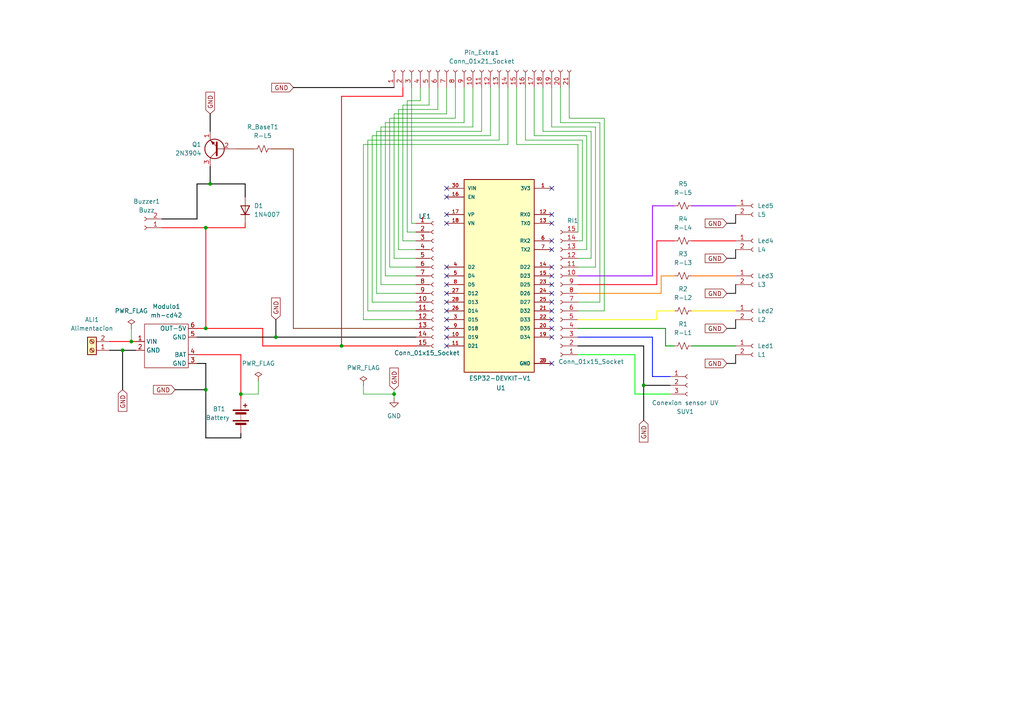
<source format=kicad_sch>
(kicad_sch
	(version 20231120)
	(generator "eeschema")
	(generator_version "8.0")
	(uuid "0a04e6c8-bb94-4f0c-87ea-4843b8eef88e")
	(paper "A4")
	(lib_symbols
		(symbol "CD42:mh-cd42"
			(exclude_from_sim no)
			(in_bom yes)
			(on_board yes)
			(property "Reference" "U"
				(at 0 7.62 0)
				(effects
					(font
						(size 1.27 1.27)
					)
				)
			)
			(property "Value" "mh-cd42"
				(at 0 -7.62 0)
				(effects
					(font
						(size 1.27 1.27)
					)
				)
			)
			(property "Footprint" ""
				(at -1.27 5.08 0)
				(effects
					(font
						(size 1.27 1.27)
					)
					(hide yes)
				)
			)
			(property "Datasheet" ""
				(at -1.27 5.08 0)
				(effects
					(font
						(size 1.27 1.27)
					)
					(hide yes)
				)
			)
			(property "Description" ""
				(at 0 0 0)
				(effects
					(font
						(size 1.27 1.27)
					)
					(hide yes)
				)
			)
			(symbol "mh-cd42_0_1"
				(rectangle
					(start -6.35 6.35)
					(end 6.35 -6.35)
					(stroke
						(width 0)
						(type default)
					)
					(fill
						(type none)
					)
				)
			)
			(symbol "mh-cd42_1_1"
				(pin power_in line
					(at -8.89 1.27 0)
					(length 2.54)
					(name "VIN"
						(effects
							(font
								(size 1.27 1.27)
							)
						)
					)
					(number "1"
						(effects
							(font
								(size 1.27 1.27)
							)
						)
					)
				)
				(pin passive line
					(at -8.89 -1.27 0)
					(length 2.54)
					(name "GND"
						(effects
							(font
								(size 1.27 1.27)
							)
						)
					)
					(number "2"
						(effects
							(font
								(size 1.27 1.27)
							)
						)
					)
				)
				(pin passive line
					(at 8.89 -5.08 180)
					(length 2.54)
					(name "GND"
						(effects
							(font
								(size 1.27 1.27)
							)
						)
					)
					(number "3"
						(effects
							(font
								(size 1.27 1.27)
							)
						)
					)
				)
				(pin passive line
					(at 8.89 -2.54 180)
					(length 2.54)
					(name "BAT"
						(effects
							(font
								(size 1.27 1.27)
							)
						)
					)
					(number "4"
						(effects
							(font
								(size 1.27 1.27)
							)
						)
					)
				)
				(pin passive line
					(at 8.89 2.54 180)
					(length 2.54)
					(name "GND"
						(effects
							(font
								(size 1.27 1.27)
							)
						)
					)
					(number "5"
						(effects
							(font
								(size 1.27 1.27)
							)
						)
					)
				)
				(pin power_out line
					(at 8.89 5.08 180)
					(length 2.54)
					(name "OUT-5V"
						(effects
							(font
								(size 1.27 1.27)
							)
						)
					)
					(number "6"
						(effects
							(font
								(size 1.27 1.27)
							)
						)
					)
				)
			)
		)
		(symbol "Connector:Conn_01x02_Socket"
			(pin_names
				(offset 1.016) hide)
			(exclude_from_sim no)
			(in_bom yes)
			(on_board yes)
			(property "Reference" "J"
				(at 0 2.54 0)
				(effects
					(font
						(size 1.27 1.27)
					)
				)
			)
			(property "Value" "Conn_01x02_Socket"
				(at 0 -5.08 0)
				(effects
					(font
						(size 1.27 1.27)
					)
				)
			)
			(property "Footprint" ""
				(at 0 0 0)
				(effects
					(font
						(size 1.27 1.27)
					)
					(hide yes)
				)
			)
			(property "Datasheet" "~"
				(at 0 0 0)
				(effects
					(font
						(size 1.27 1.27)
					)
					(hide yes)
				)
			)
			(property "Description" "Generic connector, single row, 01x02, script generated"
				(at 0 0 0)
				(effects
					(font
						(size 1.27 1.27)
					)
					(hide yes)
				)
			)
			(property "ki_locked" ""
				(at 0 0 0)
				(effects
					(font
						(size 1.27 1.27)
					)
				)
			)
			(property "ki_keywords" "connector"
				(at 0 0 0)
				(effects
					(font
						(size 1.27 1.27)
					)
					(hide yes)
				)
			)
			(property "ki_fp_filters" "Connector*:*_1x??_*"
				(at 0 0 0)
				(effects
					(font
						(size 1.27 1.27)
					)
					(hide yes)
				)
			)
			(symbol "Conn_01x02_Socket_1_1"
				(arc
					(start 0 -2.032)
					(mid -0.5058 -2.54)
					(end 0 -3.048)
					(stroke
						(width 0.1524)
						(type default)
					)
					(fill
						(type none)
					)
				)
				(polyline
					(pts
						(xy -1.27 -2.54) (xy -0.508 -2.54)
					)
					(stroke
						(width 0.1524)
						(type default)
					)
					(fill
						(type none)
					)
				)
				(polyline
					(pts
						(xy -1.27 0) (xy -0.508 0)
					)
					(stroke
						(width 0.1524)
						(type default)
					)
					(fill
						(type none)
					)
				)
				(arc
					(start 0 0.508)
					(mid -0.5058 0)
					(end 0 -0.508)
					(stroke
						(width 0.1524)
						(type default)
					)
					(fill
						(type none)
					)
				)
				(pin passive line
					(at -5.08 0 0)
					(length 3.81)
					(name "Pin_1"
						(effects
							(font
								(size 1.27 1.27)
							)
						)
					)
					(number "1"
						(effects
							(font
								(size 1.27 1.27)
							)
						)
					)
				)
				(pin passive line
					(at -5.08 -2.54 0)
					(length 3.81)
					(name "Pin_2"
						(effects
							(font
								(size 1.27 1.27)
							)
						)
					)
					(number "2"
						(effects
							(font
								(size 1.27 1.27)
							)
						)
					)
				)
			)
		)
		(symbol "Connector:Conn_01x03_Socket"
			(pin_names
				(offset 1.016) hide)
			(exclude_from_sim no)
			(in_bom yes)
			(on_board yes)
			(property "Reference" "J"
				(at 0 5.08 0)
				(effects
					(font
						(size 1.27 1.27)
					)
				)
			)
			(property "Value" "Conn_01x03_Socket"
				(at 0 -5.08 0)
				(effects
					(font
						(size 1.27 1.27)
					)
				)
			)
			(property "Footprint" ""
				(at 0 0 0)
				(effects
					(font
						(size 1.27 1.27)
					)
					(hide yes)
				)
			)
			(property "Datasheet" "~"
				(at 0 0 0)
				(effects
					(font
						(size 1.27 1.27)
					)
					(hide yes)
				)
			)
			(property "Description" "Generic connector, single row, 01x03, script generated"
				(at 0 0 0)
				(effects
					(font
						(size 1.27 1.27)
					)
					(hide yes)
				)
			)
			(property "ki_locked" ""
				(at 0 0 0)
				(effects
					(font
						(size 1.27 1.27)
					)
				)
			)
			(property "ki_keywords" "connector"
				(at 0 0 0)
				(effects
					(font
						(size 1.27 1.27)
					)
					(hide yes)
				)
			)
			(property "ki_fp_filters" "Connector*:*_1x??_*"
				(at 0 0 0)
				(effects
					(font
						(size 1.27 1.27)
					)
					(hide yes)
				)
			)
			(symbol "Conn_01x03_Socket_1_1"
				(arc
					(start 0 -2.032)
					(mid -0.5058 -2.54)
					(end 0 -3.048)
					(stroke
						(width 0.1524)
						(type default)
					)
					(fill
						(type none)
					)
				)
				(polyline
					(pts
						(xy -1.27 -2.54) (xy -0.508 -2.54)
					)
					(stroke
						(width 0.1524)
						(type default)
					)
					(fill
						(type none)
					)
				)
				(polyline
					(pts
						(xy -1.27 0) (xy -0.508 0)
					)
					(stroke
						(width 0.1524)
						(type default)
					)
					(fill
						(type none)
					)
				)
				(polyline
					(pts
						(xy -1.27 2.54) (xy -0.508 2.54)
					)
					(stroke
						(width 0.1524)
						(type default)
					)
					(fill
						(type none)
					)
				)
				(arc
					(start 0 0.508)
					(mid -0.5058 0)
					(end 0 -0.508)
					(stroke
						(width 0.1524)
						(type default)
					)
					(fill
						(type none)
					)
				)
				(arc
					(start 0 3.048)
					(mid -0.5058 2.54)
					(end 0 2.032)
					(stroke
						(width 0.1524)
						(type default)
					)
					(fill
						(type none)
					)
				)
				(pin passive line
					(at -5.08 2.54 0)
					(length 3.81)
					(name "Pin_1"
						(effects
							(font
								(size 1.27 1.27)
							)
						)
					)
					(number "1"
						(effects
							(font
								(size 1.27 1.27)
							)
						)
					)
				)
				(pin passive line
					(at -5.08 0 0)
					(length 3.81)
					(name "Pin_2"
						(effects
							(font
								(size 1.27 1.27)
							)
						)
					)
					(number "2"
						(effects
							(font
								(size 1.27 1.27)
							)
						)
					)
				)
				(pin passive line
					(at -5.08 -2.54 0)
					(length 3.81)
					(name "Pin_3"
						(effects
							(font
								(size 1.27 1.27)
							)
						)
					)
					(number "3"
						(effects
							(font
								(size 1.27 1.27)
							)
						)
					)
				)
			)
		)
		(symbol "Connector:Conn_01x15_Socket"
			(pin_names
				(offset 1.016) hide)
			(exclude_from_sim no)
			(in_bom yes)
			(on_board yes)
			(property "Reference" "J"
				(at 0 20.32 0)
				(effects
					(font
						(size 1.27 1.27)
					)
				)
			)
			(property "Value" "Conn_01x15_Socket"
				(at 0 -20.32 0)
				(effects
					(font
						(size 1.27 1.27)
					)
				)
			)
			(property "Footprint" ""
				(at 0 0 0)
				(effects
					(font
						(size 1.27 1.27)
					)
					(hide yes)
				)
			)
			(property "Datasheet" "~"
				(at 0 0 0)
				(effects
					(font
						(size 1.27 1.27)
					)
					(hide yes)
				)
			)
			(property "Description" "Generic connector, single row, 01x15, script generated"
				(at 0 0 0)
				(effects
					(font
						(size 1.27 1.27)
					)
					(hide yes)
				)
			)
			(property "ki_locked" ""
				(at 0 0 0)
				(effects
					(font
						(size 1.27 1.27)
					)
				)
			)
			(property "ki_keywords" "connector"
				(at 0 0 0)
				(effects
					(font
						(size 1.27 1.27)
					)
					(hide yes)
				)
			)
			(property "ki_fp_filters" "Connector*:*_1x??_*"
				(at 0 0 0)
				(effects
					(font
						(size 1.27 1.27)
					)
					(hide yes)
				)
			)
			(symbol "Conn_01x15_Socket_1_1"
				(arc
					(start 0 -17.272)
					(mid -0.5058 -17.78)
					(end 0 -18.288)
					(stroke
						(width 0.1524)
						(type default)
					)
					(fill
						(type none)
					)
				)
				(arc
					(start 0 -14.732)
					(mid -0.5058 -15.24)
					(end 0 -15.748)
					(stroke
						(width 0.1524)
						(type default)
					)
					(fill
						(type none)
					)
				)
				(arc
					(start 0 -12.192)
					(mid -0.5058 -12.7)
					(end 0 -13.208)
					(stroke
						(width 0.1524)
						(type default)
					)
					(fill
						(type none)
					)
				)
				(arc
					(start 0 -9.652)
					(mid -0.5058 -10.16)
					(end 0 -10.668)
					(stroke
						(width 0.1524)
						(type default)
					)
					(fill
						(type none)
					)
				)
				(arc
					(start 0 -7.112)
					(mid -0.5058 -7.62)
					(end 0 -8.128)
					(stroke
						(width 0.1524)
						(type default)
					)
					(fill
						(type none)
					)
				)
				(arc
					(start 0 -4.572)
					(mid -0.5058 -5.08)
					(end 0 -5.588)
					(stroke
						(width 0.1524)
						(type default)
					)
					(fill
						(type none)
					)
				)
				(arc
					(start 0 -2.032)
					(mid -0.5058 -2.54)
					(end 0 -3.048)
					(stroke
						(width 0.1524)
						(type default)
					)
					(fill
						(type none)
					)
				)
				(polyline
					(pts
						(xy -1.27 -17.78) (xy -0.508 -17.78)
					)
					(stroke
						(width 0.1524)
						(type default)
					)
					(fill
						(type none)
					)
				)
				(polyline
					(pts
						(xy -1.27 -15.24) (xy -0.508 -15.24)
					)
					(stroke
						(width 0.1524)
						(type default)
					)
					(fill
						(type none)
					)
				)
				(polyline
					(pts
						(xy -1.27 -12.7) (xy -0.508 -12.7)
					)
					(stroke
						(width 0.1524)
						(type default)
					)
					(fill
						(type none)
					)
				)
				(polyline
					(pts
						(xy -1.27 -10.16) (xy -0.508 -10.16)
					)
					(stroke
						(width 0.1524)
						(type default)
					)
					(fill
						(type none)
					)
				)
				(polyline
					(pts
						(xy -1.27 -7.62) (xy -0.508 -7.62)
					)
					(stroke
						(width 0.1524)
						(type default)
					)
					(fill
						(type none)
					)
				)
				(polyline
					(pts
						(xy -1.27 -5.08) (xy -0.508 -5.08)
					)
					(stroke
						(width 0.1524)
						(type default)
					)
					(fill
						(type none)
					)
				)
				(polyline
					(pts
						(xy -1.27 -2.54) (xy -0.508 -2.54)
					)
					(stroke
						(width 0.1524)
						(type default)
					)
					(fill
						(type none)
					)
				)
				(polyline
					(pts
						(xy -1.27 0) (xy -0.508 0)
					)
					(stroke
						(width 0.1524)
						(type default)
					)
					(fill
						(type none)
					)
				)
				(polyline
					(pts
						(xy -1.27 2.54) (xy -0.508 2.54)
					)
					(stroke
						(width 0.1524)
						(type default)
					)
					(fill
						(type none)
					)
				)
				(polyline
					(pts
						(xy -1.27 5.08) (xy -0.508 5.08)
					)
					(stroke
						(width 0.1524)
						(type default)
					)
					(fill
						(type none)
					)
				)
				(polyline
					(pts
						(xy -1.27 7.62) (xy -0.508 7.62)
					)
					(stroke
						(width 0.1524)
						(type default)
					)
					(fill
						(type none)
					)
				)
				(polyline
					(pts
						(xy -1.27 10.16) (xy -0.508 10.16)
					)
					(stroke
						(width 0.1524)
						(type default)
					)
					(fill
						(type none)
					)
				)
				(polyline
					(pts
						(xy -1.27 12.7) (xy -0.508 12.7)
					)
					(stroke
						(width 0.1524)
						(type default)
					)
					(fill
						(type none)
					)
				)
				(polyline
					(pts
						(xy -1.27 15.24) (xy -0.508 15.24)
					)
					(stroke
						(width 0.1524)
						(type default)
					)
					(fill
						(type none)
					)
				)
				(polyline
					(pts
						(xy -1.27 17.78) (xy -0.508 17.78)
					)
					(stroke
						(width 0.1524)
						(type default)
					)
					(fill
						(type none)
					)
				)
				(arc
					(start 0 0.508)
					(mid -0.5058 0)
					(end 0 -0.508)
					(stroke
						(width 0.1524)
						(type default)
					)
					(fill
						(type none)
					)
				)
				(arc
					(start 0 3.048)
					(mid -0.5058 2.54)
					(end 0 2.032)
					(stroke
						(width 0.1524)
						(type default)
					)
					(fill
						(type none)
					)
				)
				(arc
					(start 0 5.588)
					(mid -0.5058 5.08)
					(end 0 4.572)
					(stroke
						(width 0.1524)
						(type default)
					)
					(fill
						(type none)
					)
				)
				(arc
					(start 0 8.128)
					(mid -0.5058 7.62)
					(end 0 7.112)
					(stroke
						(width 0.1524)
						(type default)
					)
					(fill
						(type none)
					)
				)
				(arc
					(start 0 10.668)
					(mid -0.5058 10.16)
					(end 0 9.652)
					(stroke
						(width 0.1524)
						(type default)
					)
					(fill
						(type none)
					)
				)
				(arc
					(start 0 13.208)
					(mid -0.5058 12.7)
					(end 0 12.192)
					(stroke
						(width 0.1524)
						(type default)
					)
					(fill
						(type none)
					)
				)
				(arc
					(start 0 15.748)
					(mid -0.5058 15.24)
					(end 0 14.732)
					(stroke
						(width 0.1524)
						(type default)
					)
					(fill
						(type none)
					)
				)
				(arc
					(start 0 18.288)
					(mid -0.5058 17.78)
					(end 0 17.272)
					(stroke
						(width 0.1524)
						(type default)
					)
					(fill
						(type none)
					)
				)
				(pin passive line
					(at -5.08 17.78 0)
					(length 3.81)
					(name "Pin_1"
						(effects
							(font
								(size 1.27 1.27)
							)
						)
					)
					(number "1"
						(effects
							(font
								(size 1.27 1.27)
							)
						)
					)
				)
				(pin passive line
					(at -5.08 -5.08 0)
					(length 3.81)
					(name "Pin_10"
						(effects
							(font
								(size 1.27 1.27)
							)
						)
					)
					(number "10"
						(effects
							(font
								(size 1.27 1.27)
							)
						)
					)
				)
				(pin passive line
					(at -5.08 -7.62 0)
					(length 3.81)
					(name "Pin_11"
						(effects
							(font
								(size 1.27 1.27)
							)
						)
					)
					(number "11"
						(effects
							(font
								(size 1.27 1.27)
							)
						)
					)
				)
				(pin passive line
					(at -5.08 -10.16 0)
					(length 3.81)
					(name "Pin_12"
						(effects
							(font
								(size 1.27 1.27)
							)
						)
					)
					(number "12"
						(effects
							(font
								(size 1.27 1.27)
							)
						)
					)
				)
				(pin passive line
					(at -5.08 -12.7 0)
					(length 3.81)
					(name "Pin_13"
						(effects
							(font
								(size 1.27 1.27)
							)
						)
					)
					(number "13"
						(effects
							(font
								(size 1.27 1.27)
							)
						)
					)
				)
				(pin passive line
					(at -5.08 -15.24 0)
					(length 3.81)
					(name "Pin_14"
						(effects
							(font
								(size 1.27 1.27)
							)
						)
					)
					(number "14"
						(effects
							(font
								(size 1.27 1.27)
							)
						)
					)
				)
				(pin passive line
					(at -5.08 -17.78 0)
					(length 3.81)
					(name "Pin_15"
						(effects
							(font
								(size 1.27 1.27)
							)
						)
					)
					(number "15"
						(effects
							(font
								(size 1.27 1.27)
							)
						)
					)
				)
				(pin passive line
					(at -5.08 15.24 0)
					(length 3.81)
					(name "Pin_2"
						(effects
							(font
								(size 1.27 1.27)
							)
						)
					)
					(number "2"
						(effects
							(font
								(size 1.27 1.27)
							)
						)
					)
				)
				(pin passive line
					(at -5.08 12.7 0)
					(length 3.81)
					(name "Pin_3"
						(effects
							(font
								(size 1.27 1.27)
							)
						)
					)
					(number "3"
						(effects
							(font
								(size 1.27 1.27)
							)
						)
					)
				)
				(pin passive line
					(at -5.08 10.16 0)
					(length 3.81)
					(name "Pin_4"
						(effects
							(font
								(size 1.27 1.27)
							)
						)
					)
					(number "4"
						(effects
							(font
								(size 1.27 1.27)
							)
						)
					)
				)
				(pin passive line
					(at -5.08 7.62 0)
					(length 3.81)
					(name "Pin_5"
						(effects
							(font
								(size 1.27 1.27)
							)
						)
					)
					(number "5"
						(effects
							(font
								(size 1.27 1.27)
							)
						)
					)
				)
				(pin passive line
					(at -5.08 5.08 0)
					(length 3.81)
					(name "Pin_6"
						(effects
							(font
								(size 1.27 1.27)
							)
						)
					)
					(number "6"
						(effects
							(font
								(size 1.27 1.27)
							)
						)
					)
				)
				(pin passive line
					(at -5.08 2.54 0)
					(length 3.81)
					(name "Pin_7"
						(effects
							(font
								(size 1.27 1.27)
							)
						)
					)
					(number "7"
						(effects
							(font
								(size 1.27 1.27)
							)
						)
					)
				)
				(pin passive line
					(at -5.08 0 0)
					(length 3.81)
					(name "Pin_8"
						(effects
							(font
								(size 1.27 1.27)
							)
						)
					)
					(number "8"
						(effects
							(font
								(size 1.27 1.27)
							)
						)
					)
				)
				(pin passive line
					(at -5.08 -2.54 0)
					(length 3.81)
					(name "Pin_9"
						(effects
							(font
								(size 1.27 1.27)
							)
						)
					)
					(number "9"
						(effects
							(font
								(size 1.27 1.27)
							)
						)
					)
				)
			)
		)
		(symbol "Connector:Conn_01x21_Socket"
			(pin_names
				(offset 1.016) hide)
			(exclude_from_sim no)
			(in_bom yes)
			(on_board yes)
			(property "Reference" "J"
				(at 0 27.94 0)
				(effects
					(font
						(size 1.27 1.27)
					)
				)
			)
			(property "Value" "Conn_01x21_Socket"
				(at 0 -27.94 0)
				(effects
					(font
						(size 1.27 1.27)
					)
				)
			)
			(property "Footprint" ""
				(at 0 0 0)
				(effects
					(font
						(size 1.27 1.27)
					)
					(hide yes)
				)
			)
			(property "Datasheet" "~"
				(at 0 0 0)
				(effects
					(font
						(size 1.27 1.27)
					)
					(hide yes)
				)
			)
			(property "Description" "Generic connector, single row, 01x21, script generated"
				(at 0 0 0)
				(effects
					(font
						(size 1.27 1.27)
					)
					(hide yes)
				)
			)
			(property "ki_locked" ""
				(at 0 0 0)
				(effects
					(font
						(size 1.27 1.27)
					)
				)
			)
			(property "ki_keywords" "connector"
				(at 0 0 0)
				(effects
					(font
						(size 1.27 1.27)
					)
					(hide yes)
				)
			)
			(property "ki_fp_filters" "Connector*:*_1x??_*"
				(at 0 0 0)
				(effects
					(font
						(size 1.27 1.27)
					)
					(hide yes)
				)
			)
			(symbol "Conn_01x21_Socket_1_1"
				(arc
					(start 0 -24.892)
					(mid -0.5058 -25.4)
					(end 0 -25.908)
					(stroke
						(width 0.1524)
						(type default)
					)
					(fill
						(type none)
					)
				)
				(arc
					(start 0 -22.352)
					(mid -0.5058 -22.86)
					(end 0 -23.368)
					(stroke
						(width 0.1524)
						(type default)
					)
					(fill
						(type none)
					)
				)
				(arc
					(start 0 -19.812)
					(mid -0.5058 -20.32)
					(end 0 -20.828)
					(stroke
						(width 0.1524)
						(type default)
					)
					(fill
						(type none)
					)
				)
				(arc
					(start 0 -17.272)
					(mid -0.5058 -17.78)
					(end 0 -18.288)
					(stroke
						(width 0.1524)
						(type default)
					)
					(fill
						(type none)
					)
				)
				(arc
					(start 0 -14.732)
					(mid -0.5058 -15.24)
					(end 0 -15.748)
					(stroke
						(width 0.1524)
						(type default)
					)
					(fill
						(type none)
					)
				)
				(arc
					(start 0 -12.192)
					(mid -0.5058 -12.7)
					(end 0 -13.208)
					(stroke
						(width 0.1524)
						(type default)
					)
					(fill
						(type none)
					)
				)
				(arc
					(start 0 -9.652)
					(mid -0.5058 -10.16)
					(end 0 -10.668)
					(stroke
						(width 0.1524)
						(type default)
					)
					(fill
						(type none)
					)
				)
				(arc
					(start 0 -7.112)
					(mid -0.5058 -7.62)
					(end 0 -8.128)
					(stroke
						(width 0.1524)
						(type default)
					)
					(fill
						(type none)
					)
				)
				(arc
					(start 0 -4.572)
					(mid -0.5058 -5.08)
					(end 0 -5.588)
					(stroke
						(width 0.1524)
						(type default)
					)
					(fill
						(type none)
					)
				)
				(arc
					(start 0 -2.032)
					(mid -0.5058 -2.54)
					(end 0 -3.048)
					(stroke
						(width 0.1524)
						(type default)
					)
					(fill
						(type none)
					)
				)
				(polyline
					(pts
						(xy -1.27 -25.4) (xy -0.508 -25.4)
					)
					(stroke
						(width 0.1524)
						(type default)
					)
					(fill
						(type none)
					)
				)
				(polyline
					(pts
						(xy -1.27 -22.86) (xy -0.508 -22.86)
					)
					(stroke
						(width 0.1524)
						(type default)
					)
					(fill
						(type none)
					)
				)
				(polyline
					(pts
						(xy -1.27 -20.32) (xy -0.508 -20.32)
					)
					(stroke
						(width 0.1524)
						(type default)
					)
					(fill
						(type none)
					)
				)
				(polyline
					(pts
						(xy -1.27 -17.78) (xy -0.508 -17.78)
					)
					(stroke
						(width 0.1524)
						(type default)
					)
					(fill
						(type none)
					)
				)
				(polyline
					(pts
						(xy -1.27 -15.24) (xy -0.508 -15.24)
					)
					(stroke
						(width 0.1524)
						(type default)
					)
					(fill
						(type none)
					)
				)
				(polyline
					(pts
						(xy -1.27 -12.7) (xy -0.508 -12.7)
					)
					(stroke
						(width 0.1524)
						(type default)
					)
					(fill
						(type none)
					)
				)
				(polyline
					(pts
						(xy -1.27 -10.16) (xy -0.508 -10.16)
					)
					(stroke
						(width 0.1524)
						(type default)
					)
					(fill
						(type none)
					)
				)
				(polyline
					(pts
						(xy -1.27 -7.62) (xy -0.508 -7.62)
					)
					(stroke
						(width 0.1524)
						(type default)
					)
					(fill
						(type none)
					)
				)
				(polyline
					(pts
						(xy -1.27 -5.08) (xy -0.508 -5.08)
					)
					(stroke
						(width 0.1524)
						(type default)
					)
					(fill
						(type none)
					)
				)
				(polyline
					(pts
						(xy -1.27 -2.54) (xy -0.508 -2.54)
					)
					(stroke
						(width 0.1524)
						(type default)
					)
					(fill
						(type none)
					)
				)
				(polyline
					(pts
						(xy -1.27 0) (xy -0.508 0)
					)
					(stroke
						(width 0.1524)
						(type default)
					)
					(fill
						(type none)
					)
				)
				(polyline
					(pts
						(xy -1.27 2.54) (xy -0.508 2.54)
					)
					(stroke
						(width 0.1524)
						(type default)
					)
					(fill
						(type none)
					)
				)
				(polyline
					(pts
						(xy -1.27 5.08) (xy -0.508 5.08)
					)
					(stroke
						(width 0.1524)
						(type default)
					)
					(fill
						(type none)
					)
				)
				(polyline
					(pts
						(xy -1.27 7.62) (xy -0.508 7.62)
					)
					(stroke
						(width 0.1524)
						(type default)
					)
					(fill
						(type none)
					)
				)
				(polyline
					(pts
						(xy -1.27 10.16) (xy -0.508 10.16)
					)
					(stroke
						(width 0.1524)
						(type default)
					)
					(fill
						(type none)
					)
				)
				(polyline
					(pts
						(xy -1.27 12.7) (xy -0.508 12.7)
					)
					(stroke
						(width 0.1524)
						(type default)
					)
					(fill
						(type none)
					)
				)
				(polyline
					(pts
						(xy -1.27 15.24) (xy -0.508 15.24)
					)
					(stroke
						(width 0.1524)
						(type default)
					)
					(fill
						(type none)
					)
				)
				(polyline
					(pts
						(xy -1.27 17.78) (xy -0.508 17.78)
					)
					(stroke
						(width 0.1524)
						(type default)
					)
					(fill
						(type none)
					)
				)
				(polyline
					(pts
						(xy -1.27 20.32) (xy -0.508 20.32)
					)
					(stroke
						(width 0.1524)
						(type default)
					)
					(fill
						(type none)
					)
				)
				(polyline
					(pts
						(xy -1.27 22.86) (xy -0.508 22.86)
					)
					(stroke
						(width 0.1524)
						(type default)
					)
					(fill
						(type none)
					)
				)
				(polyline
					(pts
						(xy -1.27 25.4) (xy -0.508 25.4)
					)
					(stroke
						(width 0.1524)
						(type default)
					)
					(fill
						(type none)
					)
				)
				(arc
					(start 0 0.508)
					(mid -0.5058 0)
					(end 0 -0.508)
					(stroke
						(width 0.1524)
						(type default)
					)
					(fill
						(type none)
					)
				)
				(arc
					(start 0 3.048)
					(mid -0.5058 2.54)
					(end 0 2.032)
					(stroke
						(width 0.1524)
						(type default)
					)
					(fill
						(type none)
					)
				)
				(arc
					(start 0 5.588)
					(mid -0.5058 5.08)
					(end 0 4.572)
					(stroke
						(width 0.1524)
						(type default)
					)
					(fill
						(type none)
					)
				)
				(arc
					(start 0 8.128)
					(mid -0.5058 7.62)
					(end 0 7.112)
					(stroke
						(width 0.1524)
						(type default)
					)
					(fill
						(type none)
					)
				)
				(arc
					(start 0 10.668)
					(mid -0.5058 10.16)
					(end 0 9.652)
					(stroke
						(width 0.1524)
						(type default)
					)
					(fill
						(type none)
					)
				)
				(arc
					(start 0 13.208)
					(mid -0.5058 12.7)
					(end 0 12.192)
					(stroke
						(width 0.1524)
						(type default)
					)
					(fill
						(type none)
					)
				)
				(arc
					(start 0 15.748)
					(mid -0.5058 15.24)
					(end 0 14.732)
					(stroke
						(width 0.1524)
						(type default)
					)
					(fill
						(type none)
					)
				)
				(arc
					(start 0 18.288)
					(mid -0.5058 17.78)
					(end 0 17.272)
					(stroke
						(width 0.1524)
						(type default)
					)
					(fill
						(type none)
					)
				)
				(arc
					(start 0 20.828)
					(mid -0.5058 20.32)
					(end 0 19.812)
					(stroke
						(width 0.1524)
						(type default)
					)
					(fill
						(type none)
					)
				)
				(arc
					(start 0 23.368)
					(mid -0.5058 22.86)
					(end 0 22.352)
					(stroke
						(width 0.1524)
						(type default)
					)
					(fill
						(type none)
					)
				)
				(arc
					(start 0 25.908)
					(mid -0.5058 25.4)
					(end 0 24.892)
					(stroke
						(width 0.1524)
						(type default)
					)
					(fill
						(type none)
					)
				)
				(pin passive line
					(at -5.08 25.4 0)
					(length 3.81)
					(name "Pin_1"
						(effects
							(font
								(size 1.27 1.27)
							)
						)
					)
					(number "1"
						(effects
							(font
								(size 1.27 1.27)
							)
						)
					)
				)
				(pin passive line
					(at -5.08 2.54 0)
					(length 3.81)
					(name "Pin_10"
						(effects
							(font
								(size 1.27 1.27)
							)
						)
					)
					(number "10"
						(effects
							(font
								(size 1.27 1.27)
							)
						)
					)
				)
				(pin passive line
					(at -5.08 0 0)
					(length 3.81)
					(name "Pin_11"
						(effects
							(font
								(size 1.27 1.27)
							)
						)
					)
					(number "11"
						(effects
							(font
								(size 1.27 1.27)
							)
						)
					)
				)
				(pin passive line
					(at -5.08 -2.54 0)
					(length 3.81)
					(name "Pin_12"
						(effects
							(font
								(size 1.27 1.27)
							)
						)
					)
					(number "12"
						(effects
							(font
								(size 1.27 1.27)
							)
						)
					)
				)
				(pin passive line
					(at -5.08 -5.08 0)
					(length 3.81)
					(name "Pin_13"
						(effects
							(font
								(size 1.27 1.27)
							)
						)
					)
					(number "13"
						(effects
							(font
								(size 1.27 1.27)
							)
						)
					)
				)
				(pin passive line
					(at -5.08 -7.62 0)
					(length 3.81)
					(name "Pin_14"
						(effects
							(font
								(size 1.27 1.27)
							)
						)
					)
					(number "14"
						(effects
							(font
								(size 1.27 1.27)
							)
						)
					)
				)
				(pin passive line
					(at -5.08 -10.16 0)
					(length 3.81)
					(name "Pin_15"
						(effects
							(font
								(size 1.27 1.27)
							)
						)
					)
					(number "15"
						(effects
							(font
								(size 1.27 1.27)
							)
						)
					)
				)
				(pin passive line
					(at -5.08 -12.7 0)
					(length 3.81)
					(name "Pin_16"
						(effects
							(font
								(size 1.27 1.27)
							)
						)
					)
					(number "16"
						(effects
							(font
								(size 1.27 1.27)
							)
						)
					)
				)
				(pin passive line
					(at -5.08 -15.24 0)
					(length 3.81)
					(name "Pin_17"
						(effects
							(font
								(size 1.27 1.27)
							)
						)
					)
					(number "17"
						(effects
							(font
								(size 1.27 1.27)
							)
						)
					)
				)
				(pin passive line
					(at -5.08 -17.78 0)
					(length 3.81)
					(name "Pin_18"
						(effects
							(font
								(size 1.27 1.27)
							)
						)
					)
					(number "18"
						(effects
							(font
								(size 1.27 1.27)
							)
						)
					)
				)
				(pin passive line
					(at -5.08 -20.32 0)
					(length 3.81)
					(name "Pin_19"
						(effects
							(font
								(size 1.27 1.27)
							)
						)
					)
					(number "19"
						(effects
							(font
								(size 1.27 1.27)
							)
						)
					)
				)
				(pin passive line
					(at -5.08 22.86 0)
					(length 3.81)
					(name "Pin_2"
						(effects
							(font
								(size 1.27 1.27)
							)
						)
					)
					(number "2"
						(effects
							(font
								(size 1.27 1.27)
							)
						)
					)
				)
				(pin passive line
					(at -5.08 -22.86 0)
					(length 3.81)
					(name "Pin_20"
						(effects
							(font
								(size 1.27 1.27)
							)
						)
					)
					(number "20"
						(effects
							(font
								(size 1.27 1.27)
							)
						)
					)
				)
				(pin passive line
					(at -5.08 -25.4 0)
					(length 3.81)
					(name "Pin_21"
						(effects
							(font
								(size 1.27 1.27)
							)
						)
					)
					(number "21"
						(effects
							(font
								(size 1.27 1.27)
							)
						)
					)
				)
				(pin passive line
					(at -5.08 20.32 0)
					(length 3.81)
					(name "Pin_3"
						(effects
							(font
								(size 1.27 1.27)
							)
						)
					)
					(number "3"
						(effects
							(font
								(size 1.27 1.27)
							)
						)
					)
				)
				(pin passive line
					(at -5.08 17.78 0)
					(length 3.81)
					(name "Pin_4"
						(effects
							(font
								(size 1.27 1.27)
							)
						)
					)
					(number "4"
						(effects
							(font
								(size 1.27 1.27)
							)
						)
					)
				)
				(pin passive line
					(at -5.08 15.24 0)
					(length 3.81)
					(name "Pin_5"
						(effects
							(font
								(size 1.27 1.27)
							)
						)
					)
					(number "5"
						(effects
							(font
								(size 1.27 1.27)
							)
						)
					)
				)
				(pin passive line
					(at -5.08 12.7 0)
					(length 3.81)
					(name "Pin_6"
						(effects
							(font
								(size 1.27 1.27)
							)
						)
					)
					(number "6"
						(effects
							(font
								(size 1.27 1.27)
							)
						)
					)
				)
				(pin passive line
					(at -5.08 10.16 0)
					(length 3.81)
					(name "Pin_7"
						(effects
							(font
								(size 1.27 1.27)
							)
						)
					)
					(number "7"
						(effects
							(font
								(size 1.27 1.27)
							)
						)
					)
				)
				(pin passive line
					(at -5.08 7.62 0)
					(length 3.81)
					(name "Pin_8"
						(effects
							(font
								(size 1.27 1.27)
							)
						)
					)
					(number "8"
						(effects
							(font
								(size 1.27 1.27)
							)
						)
					)
				)
				(pin passive line
					(at -5.08 5.08 0)
					(length 3.81)
					(name "Pin_9"
						(effects
							(font
								(size 1.27 1.27)
							)
						)
					)
					(number "9"
						(effects
							(font
								(size 1.27 1.27)
							)
						)
					)
				)
			)
		)
		(symbol "Connector:Screw_Terminal_01x02"
			(pin_names
				(offset 1.016) hide)
			(exclude_from_sim no)
			(in_bom yes)
			(on_board yes)
			(property "Reference" "J"
				(at 0 2.54 0)
				(effects
					(font
						(size 1.27 1.27)
					)
				)
			)
			(property "Value" "Screw_Terminal_01x02"
				(at 0 -5.08 0)
				(effects
					(font
						(size 1.27 1.27)
					)
				)
			)
			(property "Footprint" ""
				(at 0 0 0)
				(effects
					(font
						(size 1.27 1.27)
					)
					(hide yes)
				)
			)
			(property "Datasheet" "~"
				(at 0 0 0)
				(effects
					(font
						(size 1.27 1.27)
					)
					(hide yes)
				)
			)
			(property "Description" "Generic screw terminal, single row, 01x02, script generated (kicad-library-utils/schlib/autogen/connector/)"
				(at 0 0 0)
				(effects
					(font
						(size 1.27 1.27)
					)
					(hide yes)
				)
			)
			(property "ki_keywords" "screw terminal"
				(at 0 0 0)
				(effects
					(font
						(size 1.27 1.27)
					)
					(hide yes)
				)
			)
			(property "ki_fp_filters" "TerminalBlock*:*"
				(at 0 0 0)
				(effects
					(font
						(size 1.27 1.27)
					)
					(hide yes)
				)
			)
			(symbol "Screw_Terminal_01x02_1_1"
				(rectangle
					(start -1.27 1.27)
					(end 1.27 -3.81)
					(stroke
						(width 0.254)
						(type default)
					)
					(fill
						(type background)
					)
				)
				(circle
					(center 0 -2.54)
					(radius 0.635)
					(stroke
						(width 0.1524)
						(type default)
					)
					(fill
						(type none)
					)
				)
				(polyline
					(pts
						(xy -0.5334 -2.2098) (xy 0.3302 -3.048)
					)
					(stroke
						(width 0.1524)
						(type default)
					)
					(fill
						(type none)
					)
				)
				(polyline
					(pts
						(xy -0.5334 0.3302) (xy 0.3302 -0.508)
					)
					(stroke
						(width 0.1524)
						(type default)
					)
					(fill
						(type none)
					)
				)
				(polyline
					(pts
						(xy -0.3556 -2.032) (xy 0.508 -2.8702)
					)
					(stroke
						(width 0.1524)
						(type default)
					)
					(fill
						(type none)
					)
				)
				(polyline
					(pts
						(xy -0.3556 0.508) (xy 0.508 -0.3302)
					)
					(stroke
						(width 0.1524)
						(type default)
					)
					(fill
						(type none)
					)
				)
				(circle
					(center 0 0)
					(radius 0.635)
					(stroke
						(width 0.1524)
						(type default)
					)
					(fill
						(type none)
					)
				)
				(pin passive line
					(at -5.08 0 0)
					(length 3.81)
					(name "Pin_1"
						(effects
							(font
								(size 1.27 1.27)
							)
						)
					)
					(number "1"
						(effects
							(font
								(size 1.27 1.27)
							)
						)
					)
				)
				(pin passive line
					(at -5.08 -2.54 0)
					(length 3.81)
					(name "Pin_2"
						(effects
							(font
								(size 1.27 1.27)
							)
						)
					)
					(number "2"
						(effects
							(font
								(size 1.27 1.27)
							)
						)
					)
				)
			)
		)
		(symbol "Dev Kid ESP32:ESP32-DEVKIT-V1"
			(pin_names
				(offset 1.016)
			)
			(exclude_from_sim no)
			(in_bom yes)
			(on_board yes)
			(property "Reference" "U"
				(at -10.16 30.48 0)
				(effects
					(font
						(size 1.27 1.27)
					)
					(justify left top)
				)
			)
			(property "Value" "ESP32-DEVKIT-V1"
				(at -10.16 -30.48 0)
				(effects
					(font
						(size 1.27 1.27)
					)
					(justify left bottom)
				)
			)
			(property "Footprint" "ESP32-DEVKIT-V1:MODULE_ESP32_DEVKIT_V1"
				(at 0 0 0)
				(effects
					(font
						(size 1.27 1.27)
					)
					(justify bottom)
					(hide yes)
				)
			)
			(property "Datasheet" ""
				(at 0 0 0)
				(effects
					(font
						(size 1.27 1.27)
					)
					(hide yes)
				)
			)
			(property "Description" ""
				(at 0 0 0)
				(effects
					(font
						(size 1.27 1.27)
					)
					(hide yes)
				)
			)
			(property "MF" "Do it"
				(at 0 0 0)
				(effects
					(font
						(size 1.27 1.27)
					)
					(justify bottom)
					(hide yes)
				)
			)
			(property "MAXIMUM_PACKAGE_HEIGHT" "6.8 mm"
				(at 0 0 0)
				(effects
					(font
						(size 1.27 1.27)
					)
					(justify bottom)
					(hide yes)
				)
			)
			(property "Package" "None"
				(at 0 0 0)
				(effects
					(font
						(size 1.27 1.27)
					)
					(justify bottom)
					(hide yes)
				)
			)
			(property "Price" "None"
				(at 0 0 0)
				(effects
					(font
						(size 1.27 1.27)
					)
					(justify bottom)
					(hide yes)
				)
			)
			(property "Check_prices" "https://www.snapeda.com/parts/ESP32-DEVKIT-V1/Do+it/view-part/?ref=eda"
				(at 0 0 0)
				(effects
					(font
						(size 1.27 1.27)
					)
					(justify bottom)
					(hide yes)
				)
			)
			(property "STANDARD" "Manufacturer Recommendations"
				(at 0 0 0)
				(effects
					(font
						(size 1.27 1.27)
					)
					(justify bottom)
					(hide yes)
				)
			)
			(property "PARTREV" "N/A"
				(at 0 0 0)
				(effects
					(font
						(size 1.27 1.27)
					)
					(justify bottom)
					(hide yes)
				)
			)
			(property "SnapEDA_Link" "https://www.snapeda.com/parts/ESP32-DEVKIT-V1/Do+it/view-part/?ref=snap"
				(at 0 0 0)
				(effects
					(font
						(size 1.27 1.27)
					)
					(justify bottom)
					(hide yes)
				)
			)
			(property "MP" "ESP32-DEVKIT-V1"
				(at 0 0 0)
				(effects
					(font
						(size 1.27 1.27)
					)
					(justify bottom)
					(hide yes)
				)
			)
			(property "Description_1" "\n                        \n                            Dual core, Wi-Fi: 2.4 GHz up to 150 Mbits/s,BLE (Bluetooth Low Energy) and legacy Bluetooth, 32 bits, Up to 240 MHz\n                        \n"
				(at 0 0 0)
				(effects
					(font
						(size 1.27 1.27)
					)
					(justify bottom)
					(hide yes)
				)
			)
			(property "Availability" "Not in stock"
				(at 0 0 0)
				(effects
					(font
						(size 1.27 1.27)
					)
					(justify bottom)
					(hide yes)
				)
			)
			(property "MANUFACTURER" "DOIT"
				(at 0 0 0)
				(effects
					(font
						(size 1.27 1.27)
					)
					(justify bottom)
					(hide yes)
				)
			)
			(symbol "ESP32-DEVKIT-V1_0_0"
				(rectangle
					(start -10.16 -27.94)
					(end 10.16 27.94)
					(stroke
						(width 0.254)
						(type default)
					)
					(fill
						(type background)
					)
				)
				(pin output line
					(at 15.24 25.4 180)
					(length 5.08)
					(name "3V3"
						(effects
							(font
								(size 1.016 1.016)
							)
						)
					)
					(number "1"
						(effects
							(font
								(size 1.016 1.016)
							)
						)
					)
				)
				(pin bidirectional line
					(at -15.24 -17.78 0)
					(length 5.08)
					(name "D19"
						(effects
							(font
								(size 1.016 1.016)
							)
						)
					)
					(number "10"
						(effects
							(font
								(size 1.016 1.016)
							)
						)
					)
				)
				(pin bidirectional line
					(at -15.24 -20.32 0)
					(length 5.08)
					(name "D21"
						(effects
							(font
								(size 1.016 1.016)
							)
						)
					)
					(number "11"
						(effects
							(font
								(size 1.016 1.016)
							)
						)
					)
				)
				(pin input line
					(at 15.24 17.78 180)
					(length 5.08)
					(name "RX0"
						(effects
							(font
								(size 1.016 1.016)
							)
						)
					)
					(number "12"
						(effects
							(font
								(size 1.016 1.016)
							)
						)
					)
				)
				(pin output line
					(at 15.24 15.24 180)
					(length 5.08)
					(name "TX0"
						(effects
							(font
								(size 1.016 1.016)
							)
						)
					)
					(number "13"
						(effects
							(font
								(size 1.016 1.016)
							)
						)
					)
				)
				(pin bidirectional line
					(at 15.24 2.54 180)
					(length 5.08)
					(name "D22"
						(effects
							(font
								(size 1.016 1.016)
							)
						)
					)
					(number "14"
						(effects
							(font
								(size 1.016 1.016)
							)
						)
					)
				)
				(pin bidirectional line
					(at 15.24 0 180)
					(length 5.08)
					(name "D23"
						(effects
							(font
								(size 1.016 1.016)
							)
						)
					)
					(number "15"
						(effects
							(font
								(size 1.016 1.016)
							)
						)
					)
				)
				(pin input line
					(at -15.24 22.86 0)
					(length 5.08)
					(name "EN"
						(effects
							(font
								(size 1.016 1.016)
							)
						)
					)
					(number "16"
						(effects
							(font
								(size 1.016 1.016)
							)
						)
					)
				)
				(pin bidirectional line
					(at -15.24 17.78 0)
					(length 5.08)
					(name "VP"
						(effects
							(font
								(size 1.016 1.016)
							)
						)
					)
					(number "17"
						(effects
							(font
								(size 1.016 1.016)
							)
						)
					)
				)
				(pin bidirectional line
					(at -15.24 15.24 0)
					(length 5.08)
					(name "VN"
						(effects
							(font
								(size 1.016 1.016)
							)
						)
					)
					(number "18"
						(effects
							(font
								(size 1.016 1.016)
							)
						)
					)
				)
				(pin bidirectional line
					(at 15.24 -17.78 180)
					(length 5.08)
					(name "D34"
						(effects
							(font
								(size 1.016 1.016)
							)
						)
					)
					(number "19"
						(effects
							(font
								(size 1.016 1.016)
							)
						)
					)
				)
				(pin power_in line
					(at 15.24 -25.4 180)
					(length 5.08)
					(name "GND"
						(effects
							(font
								(size 1.016 1.016)
							)
						)
					)
					(number "2"
						(effects
							(font
								(size 1.016 1.016)
							)
						)
					)
				)
				(pin bidirectional line
					(at 15.24 -15.24 180)
					(length 5.08)
					(name "D35"
						(effects
							(font
								(size 1.016 1.016)
							)
						)
					)
					(number "20"
						(effects
							(font
								(size 1.016 1.016)
							)
						)
					)
				)
				(pin bidirectional line
					(at 15.24 -10.16 180)
					(length 5.08)
					(name "D32"
						(effects
							(font
								(size 1.016 1.016)
							)
						)
					)
					(number "21"
						(effects
							(font
								(size 1.016 1.016)
							)
						)
					)
				)
				(pin bidirectional line
					(at 15.24 -12.7 180)
					(length 5.08)
					(name "D33"
						(effects
							(font
								(size 1.016 1.016)
							)
						)
					)
					(number "22"
						(effects
							(font
								(size 1.016 1.016)
							)
						)
					)
				)
				(pin bidirectional line
					(at 15.24 -2.54 180)
					(length 5.08)
					(name "D25"
						(effects
							(font
								(size 1.016 1.016)
							)
						)
					)
					(number "23"
						(effects
							(font
								(size 1.016 1.016)
							)
						)
					)
				)
				(pin bidirectional line
					(at 15.24 -5.08 180)
					(length 5.08)
					(name "D26"
						(effects
							(font
								(size 1.016 1.016)
							)
						)
					)
					(number "24"
						(effects
							(font
								(size 1.016 1.016)
							)
						)
					)
				)
				(pin bidirectional line
					(at 15.24 -7.62 180)
					(length 5.08)
					(name "D27"
						(effects
							(font
								(size 1.016 1.016)
							)
						)
					)
					(number "25"
						(effects
							(font
								(size 1.016 1.016)
							)
						)
					)
				)
				(pin bidirectional line
					(at -15.24 -10.16 0)
					(length 5.08)
					(name "D14"
						(effects
							(font
								(size 1.016 1.016)
							)
						)
					)
					(number "26"
						(effects
							(font
								(size 1.016 1.016)
							)
						)
					)
				)
				(pin bidirectional line
					(at -15.24 -5.08 0)
					(length 5.08)
					(name "D12"
						(effects
							(font
								(size 1.016 1.016)
							)
						)
					)
					(number "27"
						(effects
							(font
								(size 1.016 1.016)
							)
						)
					)
				)
				(pin bidirectional line
					(at -15.24 -7.62 0)
					(length 5.08)
					(name "D13"
						(effects
							(font
								(size 1.016 1.016)
							)
						)
					)
					(number "28"
						(effects
							(font
								(size 1.016 1.016)
							)
						)
					)
				)
				(pin power_in line
					(at 15.24 -25.4 180)
					(length 5.08)
					(name "GND"
						(effects
							(font
								(size 1.016 1.016)
							)
						)
					)
					(number "29"
						(effects
							(font
								(size 1.016 1.016)
							)
						)
					)
				)
				(pin bidirectional line
					(at -15.24 -12.7 0)
					(length 5.08)
					(name "D15"
						(effects
							(font
								(size 1.016 1.016)
							)
						)
					)
					(number "3"
						(effects
							(font
								(size 1.016 1.016)
							)
						)
					)
				)
				(pin input line
					(at -15.24 25.4 0)
					(length 5.08)
					(name "VIN"
						(effects
							(font
								(size 1.016 1.016)
							)
						)
					)
					(number "30"
						(effects
							(font
								(size 1.016 1.016)
							)
						)
					)
				)
				(pin bidirectional line
					(at -15.24 2.54 0)
					(length 5.08)
					(name "D2"
						(effects
							(font
								(size 1.016 1.016)
							)
						)
					)
					(number "4"
						(effects
							(font
								(size 1.016 1.016)
							)
						)
					)
				)
				(pin bidirectional line
					(at -15.24 0 0)
					(length 5.08)
					(name "D4"
						(effects
							(font
								(size 1.016 1.016)
							)
						)
					)
					(number "5"
						(effects
							(font
								(size 1.016 1.016)
							)
						)
					)
				)
				(pin input line
					(at 15.24 10.16 180)
					(length 5.08)
					(name "RX2"
						(effects
							(font
								(size 1.016 1.016)
							)
						)
					)
					(number "6"
						(effects
							(font
								(size 1.016 1.016)
							)
						)
					)
				)
				(pin output line
					(at 15.24 7.62 180)
					(length 5.08)
					(name "TX2"
						(effects
							(font
								(size 1.016 1.016)
							)
						)
					)
					(number "7"
						(effects
							(font
								(size 1.016 1.016)
							)
						)
					)
				)
				(pin bidirectional line
					(at -15.24 -2.54 0)
					(length 5.08)
					(name "D5"
						(effects
							(font
								(size 1.016 1.016)
							)
						)
					)
					(number "8"
						(effects
							(font
								(size 1.016 1.016)
							)
						)
					)
				)
				(pin bidirectional line
					(at -15.24 -15.24 0)
					(length 5.08)
					(name "D18"
						(effects
							(font
								(size 1.016 1.016)
							)
						)
					)
					(number "9"
						(effects
							(font
								(size 1.016 1.016)
							)
						)
					)
				)
			)
		)
		(symbol "Device:Battery"
			(pin_numbers hide)
			(pin_names
				(offset 0) hide)
			(exclude_from_sim no)
			(in_bom yes)
			(on_board yes)
			(property "Reference" "BT"
				(at 2.54 2.54 0)
				(effects
					(font
						(size 1.27 1.27)
					)
					(justify left)
				)
			)
			(property "Value" "Battery"
				(at 2.54 0 0)
				(effects
					(font
						(size 1.27 1.27)
					)
					(justify left)
				)
			)
			(property "Footprint" ""
				(at 0 1.524 90)
				(effects
					(font
						(size 1.27 1.27)
					)
					(hide yes)
				)
			)
			(property "Datasheet" "~"
				(at 0 1.524 90)
				(effects
					(font
						(size 1.27 1.27)
					)
					(hide yes)
				)
			)
			(property "Description" "Multiple-cell battery"
				(at 0 0 0)
				(effects
					(font
						(size 1.27 1.27)
					)
					(hide yes)
				)
			)
			(property "ki_keywords" "batt voltage-source cell"
				(at 0 0 0)
				(effects
					(font
						(size 1.27 1.27)
					)
					(hide yes)
				)
			)
			(symbol "Battery_0_1"
				(rectangle
					(start -2.286 -1.27)
					(end 2.286 -1.524)
					(stroke
						(width 0)
						(type default)
					)
					(fill
						(type outline)
					)
				)
				(rectangle
					(start -2.286 1.778)
					(end 2.286 1.524)
					(stroke
						(width 0)
						(type default)
					)
					(fill
						(type outline)
					)
				)
				(rectangle
					(start -1.524 -2.032)
					(end 1.524 -2.54)
					(stroke
						(width 0)
						(type default)
					)
					(fill
						(type outline)
					)
				)
				(rectangle
					(start -1.524 1.016)
					(end 1.524 0.508)
					(stroke
						(width 0)
						(type default)
					)
					(fill
						(type outline)
					)
				)
				(polyline
					(pts
						(xy 0 -1.016) (xy 0 -0.762)
					)
					(stroke
						(width 0)
						(type default)
					)
					(fill
						(type none)
					)
				)
				(polyline
					(pts
						(xy 0 -0.508) (xy 0 -0.254)
					)
					(stroke
						(width 0)
						(type default)
					)
					(fill
						(type none)
					)
				)
				(polyline
					(pts
						(xy 0 0) (xy 0 0.254)
					)
					(stroke
						(width 0)
						(type default)
					)
					(fill
						(type none)
					)
				)
				(polyline
					(pts
						(xy 0 1.778) (xy 0 2.54)
					)
					(stroke
						(width 0)
						(type default)
					)
					(fill
						(type none)
					)
				)
				(polyline
					(pts
						(xy 0.762 3.048) (xy 1.778 3.048)
					)
					(stroke
						(width 0.254)
						(type default)
					)
					(fill
						(type none)
					)
				)
				(polyline
					(pts
						(xy 1.27 3.556) (xy 1.27 2.54)
					)
					(stroke
						(width 0.254)
						(type default)
					)
					(fill
						(type none)
					)
				)
			)
			(symbol "Battery_1_1"
				(pin passive line
					(at 0 5.08 270)
					(length 2.54)
					(name "+"
						(effects
							(font
								(size 1.27 1.27)
							)
						)
					)
					(number "1"
						(effects
							(font
								(size 1.27 1.27)
							)
						)
					)
				)
				(pin passive line
					(at 0 -5.08 90)
					(length 2.54)
					(name "-"
						(effects
							(font
								(size 1.27 1.27)
							)
						)
					)
					(number "2"
						(effects
							(font
								(size 1.27 1.27)
							)
						)
					)
				)
			)
		)
		(symbol "Device:R_Small_US"
			(pin_numbers hide)
			(pin_names
				(offset 0.254) hide)
			(exclude_from_sim no)
			(in_bom yes)
			(on_board yes)
			(property "Reference" "R"
				(at 0.762 0.508 0)
				(effects
					(font
						(size 1.27 1.27)
					)
					(justify left)
				)
			)
			(property "Value" "R_Small_US"
				(at 0.762 -1.016 0)
				(effects
					(font
						(size 1.27 1.27)
					)
					(justify left)
				)
			)
			(property "Footprint" ""
				(at 0 0 0)
				(effects
					(font
						(size 1.27 1.27)
					)
					(hide yes)
				)
			)
			(property "Datasheet" "~"
				(at 0 0 0)
				(effects
					(font
						(size 1.27 1.27)
					)
					(hide yes)
				)
			)
			(property "Description" "Resistor, small US symbol"
				(at 0 0 0)
				(effects
					(font
						(size 1.27 1.27)
					)
					(hide yes)
				)
			)
			(property "ki_keywords" "r resistor"
				(at 0 0 0)
				(effects
					(font
						(size 1.27 1.27)
					)
					(hide yes)
				)
			)
			(property "ki_fp_filters" "R_*"
				(at 0 0 0)
				(effects
					(font
						(size 1.27 1.27)
					)
					(hide yes)
				)
			)
			(symbol "R_Small_US_1_1"
				(polyline
					(pts
						(xy 0 0) (xy 1.016 -0.381) (xy 0 -0.762) (xy -1.016 -1.143) (xy 0 -1.524)
					)
					(stroke
						(width 0)
						(type default)
					)
					(fill
						(type none)
					)
				)
				(polyline
					(pts
						(xy 0 1.524) (xy 1.016 1.143) (xy 0 0.762) (xy -1.016 0.381) (xy 0 0)
					)
					(stroke
						(width 0)
						(type default)
					)
					(fill
						(type none)
					)
				)
				(pin passive line
					(at 0 2.54 270)
					(length 1.016)
					(name "~"
						(effects
							(font
								(size 1.27 1.27)
							)
						)
					)
					(number "1"
						(effects
							(font
								(size 1.27 1.27)
							)
						)
					)
				)
				(pin passive line
					(at 0 -2.54 90)
					(length 1.016)
					(name "~"
						(effects
							(font
								(size 1.27 1.27)
							)
						)
					)
					(number "2"
						(effects
							(font
								(size 1.27 1.27)
							)
						)
					)
				)
			)
		)
		(symbol "Diode:1N4007"
			(pin_numbers hide)
			(pin_names hide)
			(exclude_from_sim no)
			(in_bom yes)
			(on_board yes)
			(property "Reference" "D"
				(at 0 2.54 0)
				(effects
					(font
						(size 1.27 1.27)
					)
				)
			)
			(property "Value" "1N4007"
				(at 0 -2.54 0)
				(effects
					(font
						(size 1.27 1.27)
					)
				)
			)
			(property "Footprint" "Diode_THT:D_DO-41_SOD81_P10.16mm_Horizontal"
				(at 0 -4.445 0)
				(effects
					(font
						(size 1.27 1.27)
					)
					(hide yes)
				)
			)
			(property "Datasheet" "http://www.vishay.com/docs/88503/1n4001.pdf"
				(at 0 0 0)
				(effects
					(font
						(size 1.27 1.27)
					)
					(hide yes)
				)
			)
			(property "Description" "1000V 1A General Purpose Rectifier Diode, DO-41"
				(at 0 0 0)
				(effects
					(font
						(size 1.27 1.27)
					)
					(hide yes)
				)
			)
			(property "Sim.Device" "D"
				(at 0 0 0)
				(effects
					(font
						(size 1.27 1.27)
					)
					(hide yes)
				)
			)
			(property "Sim.Pins" "1=K 2=A"
				(at 0 0 0)
				(effects
					(font
						(size 1.27 1.27)
					)
					(hide yes)
				)
			)
			(property "ki_keywords" "diode"
				(at 0 0 0)
				(effects
					(font
						(size 1.27 1.27)
					)
					(hide yes)
				)
			)
			(property "ki_fp_filters" "D*DO?41*"
				(at 0 0 0)
				(effects
					(font
						(size 1.27 1.27)
					)
					(hide yes)
				)
			)
			(symbol "1N4007_0_1"
				(polyline
					(pts
						(xy -1.27 1.27) (xy -1.27 -1.27)
					)
					(stroke
						(width 0.254)
						(type default)
					)
					(fill
						(type none)
					)
				)
				(polyline
					(pts
						(xy 1.27 0) (xy -1.27 0)
					)
					(stroke
						(width 0)
						(type default)
					)
					(fill
						(type none)
					)
				)
				(polyline
					(pts
						(xy 1.27 1.27) (xy 1.27 -1.27) (xy -1.27 0) (xy 1.27 1.27)
					)
					(stroke
						(width 0.254)
						(type default)
					)
					(fill
						(type none)
					)
				)
			)
			(symbol "1N4007_1_1"
				(pin passive line
					(at -3.81 0 0)
					(length 2.54)
					(name "K"
						(effects
							(font
								(size 1.27 1.27)
							)
						)
					)
					(number "1"
						(effects
							(font
								(size 1.27 1.27)
							)
						)
					)
				)
				(pin passive line
					(at 3.81 0 180)
					(length 2.54)
					(name "A"
						(effects
							(font
								(size 1.27 1.27)
							)
						)
					)
					(number "2"
						(effects
							(font
								(size 1.27 1.27)
							)
						)
					)
				)
			)
		)
		(symbol "Transistor_BJT:2N3904"
			(pin_names
				(offset 0) hide)
			(exclude_from_sim no)
			(in_bom yes)
			(on_board yes)
			(property "Reference" "Q"
				(at 5.08 1.905 0)
				(effects
					(font
						(size 1.27 1.27)
					)
					(justify left)
				)
			)
			(property "Value" "2N3904"
				(at 5.08 0 0)
				(effects
					(font
						(size 1.27 1.27)
					)
					(justify left)
				)
			)
			(property "Footprint" "Package_TO_SOT_THT:TO-92_Inline"
				(at 5.08 -1.905 0)
				(effects
					(font
						(size 1.27 1.27)
						(italic yes)
					)
					(justify left)
					(hide yes)
				)
			)
			(property "Datasheet" "https://www.onsemi.com/pub/Collateral/2N3903-D.PDF"
				(at 0 0 0)
				(effects
					(font
						(size 1.27 1.27)
					)
					(justify left)
					(hide yes)
				)
			)
			(property "Description" "0.2A Ic, 40V Vce, Small Signal NPN Transistor, TO-92"
				(at 0 0 0)
				(effects
					(font
						(size 1.27 1.27)
					)
					(hide yes)
				)
			)
			(property "ki_keywords" "NPN Transistor"
				(at 0 0 0)
				(effects
					(font
						(size 1.27 1.27)
					)
					(hide yes)
				)
			)
			(property "ki_fp_filters" "TO?92*"
				(at 0 0 0)
				(effects
					(font
						(size 1.27 1.27)
					)
					(hide yes)
				)
			)
			(symbol "2N3904_0_1"
				(polyline
					(pts
						(xy 0.635 0.635) (xy 2.54 2.54)
					)
					(stroke
						(width 0)
						(type default)
					)
					(fill
						(type none)
					)
				)
				(polyline
					(pts
						(xy 0.635 -0.635) (xy 2.54 -2.54) (xy 2.54 -2.54)
					)
					(stroke
						(width 0)
						(type default)
					)
					(fill
						(type none)
					)
				)
				(polyline
					(pts
						(xy 0.635 1.905) (xy 0.635 -1.905) (xy 0.635 -1.905)
					)
					(stroke
						(width 0.508)
						(type default)
					)
					(fill
						(type none)
					)
				)
				(polyline
					(pts
						(xy 1.27 -1.778) (xy 1.778 -1.27) (xy 2.286 -2.286) (xy 1.27 -1.778) (xy 1.27 -1.778)
					)
					(stroke
						(width 0)
						(type default)
					)
					(fill
						(type outline)
					)
				)
				(circle
					(center 1.27 0)
					(radius 2.8194)
					(stroke
						(width 0.254)
						(type default)
					)
					(fill
						(type none)
					)
				)
			)
			(symbol "2N3904_1_1"
				(pin passive line
					(at 2.54 -5.08 90)
					(length 2.54)
					(name "E"
						(effects
							(font
								(size 1.27 1.27)
							)
						)
					)
					(number "1"
						(effects
							(font
								(size 1.27 1.27)
							)
						)
					)
				)
				(pin passive line
					(at -5.08 0 0)
					(length 5.715)
					(name "B"
						(effects
							(font
								(size 1.27 1.27)
							)
						)
					)
					(number "2"
						(effects
							(font
								(size 1.27 1.27)
							)
						)
					)
				)
				(pin passive line
					(at 2.54 5.08 270)
					(length 2.54)
					(name "C"
						(effects
							(font
								(size 1.27 1.27)
							)
						)
					)
					(number "3"
						(effects
							(font
								(size 1.27 1.27)
							)
						)
					)
				)
			)
		)
		(symbol "power:GND"
			(power)
			(pin_numbers hide)
			(pin_names
				(offset 0) hide)
			(exclude_from_sim no)
			(in_bom yes)
			(on_board yes)
			(property "Reference" "#PWR"
				(at 0 -6.35 0)
				(effects
					(font
						(size 1.27 1.27)
					)
					(hide yes)
				)
			)
			(property "Value" "GND"
				(at 0 -3.81 0)
				(effects
					(font
						(size 1.27 1.27)
					)
				)
			)
			(property "Footprint" ""
				(at 0 0 0)
				(effects
					(font
						(size 1.27 1.27)
					)
					(hide yes)
				)
			)
			(property "Datasheet" ""
				(at 0 0 0)
				(effects
					(font
						(size 1.27 1.27)
					)
					(hide yes)
				)
			)
			(property "Description" "Power symbol creates a global label with name \"GND\" , ground"
				(at 0 0 0)
				(effects
					(font
						(size 1.27 1.27)
					)
					(hide yes)
				)
			)
			(property "ki_keywords" "global power"
				(at 0 0 0)
				(effects
					(font
						(size 1.27 1.27)
					)
					(hide yes)
				)
			)
			(symbol "GND_0_1"
				(polyline
					(pts
						(xy 0 0) (xy 0 -1.27) (xy 1.27 -1.27) (xy 0 -2.54) (xy -1.27 -1.27) (xy 0 -1.27)
					)
					(stroke
						(width 0)
						(type default)
					)
					(fill
						(type none)
					)
				)
			)
			(symbol "GND_1_1"
				(pin power_in line
					(at 0 0 270)
					(length 0)
					(name "~"
						(effects
							(font
								(size 1.27 1.27)
							)
						)
					)
					(number "1"
						(effects
							(font
								(size 1.27 1.27)
							)
						)
					)
				)
			)
		)
		(symbol "power:PWR_FLAG"
			(power)
			(pin_numbers hide)
			(pin_names
				(offset 0) hide)
			(exclude_from_sim no)
			(in_bom yes)
			(on_board yes)
			(property "Reference" "#FLG"
				(at 0 1.905 0)
				(effects
					(font
						(size 1.27 1.27)
					)
					(hide yes)
				)
			)
			(property "Value" "PWR_FLAG"
				(at 0 3.81 0)
				(effects
					(font
						(size 1.27 1.27)
					)
				)
			)
			(property "Footprint" ""
				(at 0 0 0)
				(effects
					(font
						(size 1.27 1.27)
					)
					(hide yes)
				)
			)
			(property "Datasheet" "~"
				(at 0 0 0)
				(effects
					(font
						(size 1.27 1.27)
					)
					(hide yes)
				)
			)
			(property "Description" "Special symbol for telling ERC where power comes from"
				(at 0 0 0)
				(effects
					(font
						(size 1.27 1.27)
					)
					(hide yes)
				)
			)
			(property "ki_keywords" "flag power"
				(at 0 0 0)
				(effects
					(font
						(size 1.27 1.27)
					)
					(hide yes)
				)
			)
			(symbol "PWR_FLAG_0_0"
				(pin power_out line
					(at 0 0 90)
					(length 0)
					(name "~"
						(effects
							(font
								(size 1.27 1.27)
							)
						)
					)
					(number "1"
						(effects
							(font
								(size 1.27 1.27)
							)
						)
					)
				)
			)
			(symbol "PWR_FLAG_0_1"
				(polyline
					(pts
						(xy 0 0) (xy 0 1.27) (xy -1.016 1.905) (xy 0 2.54) (xy 1.016 1.905) (xy 0 1.27)
					)
					(stroke
						(width 0)
						(type default)
					)
					(fill
						(type none)
					)
				)
			)
		)
	)
	(junction
		(at 59.69 113.03)
		(diameter 0)
		(color 0 0 0 0)
		(uuid "1e90d64a-8a74-41ba-a1db-33658b469205")
	)
	(junction
		(at 59.69 95.25)
		(diameter 0)
		(color 0 0 0 0)
		(uuid "1f69e248-b38d-453f-b685-da8f80d1a394")
	)
	(junction
		(at 35.56 101.6)
		(diameter 0)
		(color 0 0 0 0)
		(uuid "2bfdeab2-7ce7-48f2-a2b7-3a76e685a81b")
	)
	(junction
		(at 114.3 114.3)
		(diameter 0)
		(color 0 0 0 0)
		(uuid "3252e8f2-4609-4182-b36c-49fec97a4f42")
	)
	(junction
		(at 60.96 53.34)
		(diameter 0)
		(color 0 0 0 0)
		(uuid "83ce012a-66e1-4649-8ebe-0ab0b9db3e4d")
	)
	(junction
		(at 186.69 111.76)
		(diameter 0)
		(color 0 0 0 0)
		(uuid "9367b98a-a4e7-47bc-a516-24dfdb2ef6cf")
	)
	(junction
		(at 99.06 100.33)
		(diameter 0)
		(color 0 0 0 0)
		(uuid "9c9675e1-5ebd-498c-b17b-ddfe5e9b942a")
	)
	(junction
		(at 80.01 97.79)
		(diameter 0)
		(color 0 0 0 0)
		(uuid "9fdbab1b-89e3-4de6-ad01-901f2b544c19")
	)
	(junction
		(at 69.85 114.3)
		(diameter 0)
		(color 0 0 0 0)
		(uuid "a0f7eb0e-7689-4293-a8b1-3d0f8135f10b")
	)
	(junction
		(at 59.69 66.04)
		(diameter 0)
		(color 0 0 0 0)
		(uuid "d4767eff-7378-410a-81cd-98855978d68e")
	)
	(junction
		(at 38.1 99.06)
		(diameter 0)
		(color 0 0 0 0)
		(uuid "ef30a075-9473-4fd1-ba57-0db741377417")
	)
	(no_connect
		(at 129.54 64.77)
		(uuid "013a4003-0811-4008-8e15-09b80c28bda9")
	)
	(no_connect
		(at 160.02 80.01)
		(uuid "0283dc9e-88ed-495e-ae9c-c8acf980dab8")
	)
	(no_connect
		(at 160.02 54.61)
		(uuid "05074d5f-2f5a-40ff-8160-b1723655138d")
	)
	(no_connect
		(at 160.02 92.71)
		(uuid "1773fc0a-6557-433b-a05f-9cba08ac4654")
	)
	(no_connect
		(at 129.54 62.23)
		(uuid "1e6dc1ed-8e2b-4dba-bf00-3ae478d7445f")
	)
	(no_connect
		(at 160.02 90.17)
		(uuid "29d625af-c567-4f5c-9051-e69538bdb6fb")
	)
	(no_connect
		(at 160.02 72.39)
		(uuid "2b9af01d-c863-490a-bcf2-bbb863a74616")
	)
	(no_connect
		(at 160.02 87.63)
		(uuid "3e6aa3b3-f20a-421c-826d-2b916e30f4a5")
	)
	(no_connect
		(at 160.02 85.09)
		(uuid "4e4cfd93-0cc9-4174-8d31-39831656bf6a")
	)
	(no_connect
		(at 129.54 82.55)
		(uuid "50569031-e9e6-44e4-8deb-271429b5851c")
	)
	(no_connect
		(at 160.02 69.85)
		(uuid "516ba876-202b-4155-94c2-4c7e2438b60b")
	)
	(no_connect
		(at 160.02 62.23)
		(uuid "5c8effb4-7b8d-4d79-82e2-a3a3d1645e5e")
	)
	(no_connect
		(at 129.54 80.01)
		(uuid "7ce0e6da-e5e1-4b86-a5a9-6c4f5ee5ea36")
	)
	(no_connect
		(at 129.54 90.17)
		(uuid "7ddb7e86-839a-4306-8d27-597ceca44231")
	)
	(no_connect
		(at 129.54 77.47)
		(uuid "7fa7142b-9a3f-4306-a22b-ab7eab562f09")
	)
	(no_connect
		(at 160.02 105.41)
		(uuid "818ead70-76e2-477d-a759-42ca9fd6d61e")
	)
	(no_connect
		(at 129.54 92.71)
		(uuid "824c3e00-4b0b-45eb-9ded-9559e0038824")
	)
	(no_connect
		(at 129.54 100.33)
		(uuid "929207b9-14ea-42fb-bb10-2660b7f1c8af")
	)
	(no_connect
		(at 129.54 54.61)
		(uuid "98a2c250-4e8b-4493-8158-94859d191148")
	)
	(no_connect
		(at 160.02 82.55)
		(uuid "a35aa623-d9c3-42cd-bd61-c594fa65cc30")
	)
	(no_connect
		(at 160.02 77.47)
		(uuid "a5de8f2c-ffc5-4d37-98d2-99c5f1195f4a")
	)
	(no_connect
		(at 129.54 97.79)
		(uuid "b0dbcd2e-7ff4-4f60-92fe-767d70f9df46")
	)
	(no_connect
		(at 160.02 95.25)
		(uuid "b98c3acc-e86a-4932-93b6-45abdd5451ed")
	)
	(no_connect
		(at 160.02 64.77)
		(uuid "c530bbac-8fde-4d8d-abe0-5ea5ec320c10")
	)
	(no_connect
		(at 129.54 57.15)
		(uuid "cb8bca9a-920b-446c-ba25-65664d034edc")
	)
	(no_connect
		(at 129.54 85.09)
		(uuid "d1883388-7bb8-422e-ae0c-cbd490039b75")
	)
	(no_connect
		(at 129.54 95.25)
		(uuid "d7f6f885-d524-497b-9819-70763589865d")
	)
	(no_connect
		(at 160.02 97.79)
		(uuid "fc1fad12-42ee-46e2-8786-ededb4fd87f3")
	)
	(no_connect
		(at 129.54 87.63)
		(uuid "fea46a6c-3064-42bc-acf3-31dbf9755259")
	)
	(wire
		(pts
			(xy 129.54 33.02) (xy 114.3 33.02)
		)
		(stroke
			(width 0)
			(type default)
		)
		(uuid "019f7a1f-9aa3-4d0f-babc-5ec19a68c196")
	)
	(wire
		(pts
			(xy 186.69 111.76) (xy 194.31 111.76)
		)
		(stroke
			(width 0.254)
			(type default)
			(color 0 0 0 1)
		)
		(uuid "03541662-2e69-4d96-b633-ab1ef4821159")
	)
	(wire
		(pts
			(xy 149.86 25.4) (xy 149.86 41.91)
		)
		(stroke
			(width 0)
			(type default)
		)
		(uuid "041c95a5-d86b-4f9d-bc61-22805f273cea")
	)
	(wire
		(pts
			(xy 210.82 105.41) (xy 213.36 105.41)
		)
		(stroke
			(width 0.254)
			(type default)
			(color 30 30 30 1)
		)
		(uuid "05d10ac5-d391-4fe0-9437-62dc8d4a2749")
	)
	(wire
		(pts
			(xy 99.06 100.33) (xy 120.65 100.33)
		)
		(stroke
			(width 0.254)
			(type default)
			(color 255 0 0 1)
		)
		(uuid "0c92ac73-acf0-41eb-80e1-2ef7b4036e98")
	)
	(wire
		(pts
			(xy 121.92 29.21) (xy 118.11 29.21)
		)
		(stroke
			(width 0)
			(type default)
		)
		(uuid "0e338dc9-2ea3-4338-9364-0f70e3149273")
	)
	(wire
		(pts
			(xy 200.66 69.85) (xy 213.36 69.85)
		)
		(stroke
			(width 0.254)
			(type default)
			(color 255 0 7 1)
		)
		(uuid "0e692b39-f568-4fbb-b529-92005eb04e8b")
	)
	(wire
		(pts
			(xy 119.38 25.4) (xy 119.38 64.77)
		)
		(stroke
			(width 0)
			(type default)
		)
		(uuid "0eb31e9a-70d1-4547-8612-da71438cc0fe")
	)
	(wire
		(pts
			(xy 76.2 95.25) (xy 59.69 95.25)
		)
		(stroke
			(width 0.254)
			(type default)
			(color 255 0 0 1)
		)
		(uuid "0f5b7cdd-a840-4bf0-bc9c-3782c934bfca")
	)
	(wire
		(pts
			(xy 139.7 38.1) (xy 109.22 38.1)
		)
		(stroke
			(width 0)
			(type default)
		)
		(uuid "126507d4-14ae-4288-bf0f-6ea008cb5265")
	)
	(wire
		(pts
			(xy 210.82 74.93) (xy 213.36 74.93)
		)
		(stroke
			(width 0.254)
			(type default)
			(color 30 30 30 1)
		)
		(uuid "126c9d64-639e-489f-a949-4b029968d5f9")
	)
	(wire
		(pts
			(xy 59.69 105.41) (xy 59.69 113.03)
		)
		(stroke
			(width 0.254)
			(type default)
			(color 0 0 0 1)
		)
		(uuid "13764558-9dd8-4baf-9b47-998df427a5cc")
	)
	(wire
		(pts
			(xy 152.4 40.64) (xy 168.91 40.64)
		)
		(stroke
			(width 0)
			(type default)
		)
		(uuid "13c4fcb9-dbe2-4969-8de2-6474ddd24216")
	)
	(wire
		(pts
			(xy 99.06 27.94) (xy 99.06 100.33)
		)
		(stroke
			(width 0.254)
			(type default)
			(color 255 0 17 1)
		)
		(uuid "149986f5-3cab-4c35-865d-2f30bdeca552")
	)
	(wire
		(pts
			(xy 162.56 25.4) (xy 162.56 35.56)
		)
		(stroke
			(width 0)
			(type default)
		)
		(uuid "1515050c-0cc3-4e4b-b5e2-19799a33bcf5")
	)
	(wire
		(pts
			(xy 190.5 92.71) (xy 167.64 92.71)
		)
		(stroke
			(width 0.254)
			(type default)
			(color 255 248 21 1)
		)
		(uuid "1532d9f0-ad25-4822-b7c6-15e9cb226a5f")
	)
	(wire
		(pts
			(xy 69.85 102.87) (xy 69.85 114.3)
		)
		(stroke
			(width 0.254)
			(type default)
			(color 255 0 13 1)
		)
		(uuid "15deddca-b6b0-4c71-bcba-9bd93f44e19b")
	)
	(wire
		(pts
			(xy 127 31.75) (xy 115.57 31.75)
		)
		(stroke
			(width 0)
			(type default)
		)
		(uuid "1bbc01b9-20ed-45c4-9700-bbcc847f3ded")
	)
	(wire
		(pts
			(xy 113.03 77.47) (xy 120.65 77.47)
		)
		(stroke
			(width 0)
			(type default)
		)
		(uuid "1beaac7f-2586-4847-9db1-3cfa0a465a2a")
	)
	(wire
		(pts
			(xy 118.11 29.21) (xy 118.11 67.31)
		)
		(stroke
			(width 0)
			(type default)
		)
		(uuid "1cda6614-595c-41f5-8ecf-77d5cd6ebe1a")
	)
	(wire
		(pts
			(xy 165.1 25.4) (xy 165.1 34.29)
		)
		(stroke
			(width 0)
			(type default)
		)
		(uuid "1dc723be-8f3f-4fce-8015-604c813bd16a")
	)
	(wire
		(pts
			(xy 167.64 102.87) (xy 184.15 102.87)
		)
		(stroke
			(width 0.254)
			(type default)
			(color 0 255 12 1)
		)
		(uuid "1dc90248-8c4e-4874-817f-6131ae698010")
	)
	(wire
		(pts
			(xy 213.36 85.09) (xy 213.36 82.55)
		)
		(stroke
			(width 0.254)
			(type default)
			(color 30 30 30 1)
		)
		(uuid "1feff1f4-918c-4630-8506-8d140605a5e0")
	)
	(wire
		(pts
			(xy 142.24 39.37) (xy 107.95 39.37)
		)
		(stroke
			(width 0)
			(type default)
		)
		(uuid "225a505d-c23a-4eb3-a563-1d4e860deadf")
	)
	(wire
		(pts
			(xy 115.57 31.75) (xy 115.57 72.39)
		)
		(stroke
			(width 0)
			(type default)
		)
		(uuid "27eb439c-bc50-49cd-86de-50a98b45a015")
	)
	(wire
		(pts
			(xy 114.3 74.93) (xy 120.65 74.93)
		)
		(stroke
			(width 0)
			(type default)
		)
		(uuid "28edc9a8-d296-420a-a722-e5dc0a5556bf")
	)
	(wire
		(pts
			(xy 189.23 59.69) (xy 189.23 80.01)
		)
		(stroke
			(width 0.254)
			(type default)
			(color 146 0 255 1)
		)
		(uuid "290ede68-27f2-403d-90d5-1601206ea4e8")
	)
	(wire
		(pts
			(xy 105.41 41.91) (xy 105.41 92.71)
		)
		(stroke
			(width 0)
			(type default)
		)
		(uuid "2bbc6ce8-5cac-4db4-b9f2-273d0366dfd1")
	)
	(wire
		(pts
			(xy 167.64 100.33) (xy 186.69 100.33)
		)
		(stroke
			(width 0.254)
			(type default)
			(color 0 0 0 1)
		)
		(uuid "2ca4f933-3cfd-4dfb-a635-6e15f1ab64ad")
	)
	(wire
		(pts
			(xy 200.66 100.33) (xy 213.36 100.33)
		)
		(stroke
			(width 0.254)
			(type default)
		)
		(uuid "2cd5578d-198b-4b67-80a8-d6be719121e6")
	)
	(wire
		(pts
			(xy 193.04 95.25) (xy 193.04 100.33)
		)
		(stroke
			(width 0.254)
			(type default)
		)
		(uuid "2eeaabb8-963d-47a9-bfec-248fc79f23f6")
	)
	(wire
		(pts
			(xy 107.95 87.63) (xy 120.65 87.63)
		)
		(stroke
			(width 0)
			(type default)
		)
		(uuid "2fe6b917-1c8c-47fa-826e-e9dec7663f82")
	)
	(wire
		(pts
			(xy 160.02 25.4) (xy 160.02 36.83)
		)
		(stroke
			(width 0)
			(type default)
		)
		(uuid "30c198e4-a47a-421a-b87f-fafc80103792")
	)
	(wire
		(pts
			(xy 170.18 72.39) (xy 167.64 72.39)
		)
		(stroke
			(width 0)
			(type default)
		)
		(uuid "31da5c1e-8d3e-4f85-ac0d-de77edc9baa0")
	)
	(wire
		(pts
			(xy 190.5 69.85) (xy 195.58 69.85)
		)
		(stroke
			(width 0.254)
			(type default)
			(color 255 0 30 1)
		)
		(uuid "3259a024-fd84-47f9-8484-72a43daa3e0a")
	)
	(wire
		(pts
			(xy 210.82 95.25) (xy 213.36 95.25)
		)
		(stroke
			(width 0.254)
			(type default)
			(color 30 30 30 1)
		)
		(uuid "35b2013a-be5f-43bf-b56f-f05e2c5eb817")
	)
	(wire
		(pts
			(xy 57.15 63.5) (xy 57.15 53.34)
		)
		(stroke
			(width 0.254)
			(type default)
			(color 0 0 0 1)
		)
		(uuid "36a79f9e-dfe2-4766-9a09-d30985bff758")
	)
	(wire
		(pts
			(xy 137.16 25.4) (xy 137.16 36.83)
		)
		(stroke
			(width 0)
			(type default)
		)
		(uuid "3ab0ab5f-70b5-4e5b-87a4-01d1cd37a2de")
	)
	(wire
		(pts
			(xy 114.3 33.02) (xy 114.3 74.93)
		)
		(stroke
			(width 0)
			(type default)
		)
		(uuid "3b81719d-361a-421d-8781-88c48bd33689")
	)
	(wire
		(pts
			(xy 132.08 25.4) (xy 132.08 34.29)
		)
		(stroke
			(width 0)
			(type default)
		)
		(uuid "3db0f8d7-08b1-4b23-9521-57798602beff")
	)
	(wire
		(pts
			(xy 85.09 95.25) (xy 120.65 95.25)
		)
		(stroke
			(width 0.254)
			(type default)
			(color 141 66 32 1)
		)
		(uuid "3f1f7ae0-9650-41fb-9fc5-505d650266d8")
	)
	(wire
		(pts
			(xy 157.48 38.1) (xy 171.45 38.1)
		)
		(stroke
			(width 0)
			(type default)
		)
		(uuid "3f846142-1d73-4618-916c-50a2cc330e2c")
	)
	(wire
		(pts
			(xy 157.48 25.4) (xy 157.48 38.1)
		)
		(stroke
			(width 0)
			(type default)
		)
		(uuid "423ddf7b-d0e5-4316-8f70-783df4e8b4de")
	)
	(wire
		(pts
			(xy 175.26 34.29) (xy 175.26 90.17)
		)
		(stroke
			(width 0)
			(type default)
		)
		(uuid "4702ed9d-d410-4ab9-b966-ff8be483058e")
	)
	(wire
		(pts
			(xy 105.41 111.76) (xy 105.41 114.3)
		)
		(stroke
			(width 0)
			(type default)
		)
		(uuid "4e06aa6b-7462-4fe7-9884-5eba34366600")
	)
	(wire
		(pts
			(xy 46.99 63.5) (xy 57.15 63.5)
		)
		(stroke
			(width 0.254)
			(type default)
			(color 0 0 0 1)
		)
		(uuid "4f56b1b8-2b31-4ad7-a907-e2ccf362d29f")
	)
	(wire
		(pts
			(xy 60.96 48.26) (xy 60.96 53.34)
		)
		(stroke
			(width 0.254)
			(type default)
			(color 0 0 0 1)
		)
		(uuid "4f571906-e989-4c6d-bc04-02d7ad42d0d5")
	)
	(wire
		(pts
			(xy 85.09 43.18) (xy 78.74 43.18)
		)
		(stroke
			(width 0.254)
			(type default)
			(color 141 66 32 1)
		)
		(uuid "5281c4e4-684d-449d-b03c-07563d1e298b")
	)
	(wire
		(pts
			(xy 31.75 101.6) (xy 35.56 101.6)
		)
		(stroke
			(width 0.254)
			(type default)
			(color 0 0 0 1)
		)
		(uuid "56775d9c-be07-4e50-a20f-9f9dbf69ee0a")
	)
	(wire
		(pts
			(xy 116.84 27.94) (xy 99.06 27.94)
		)
		(stroke
			(width 0.254)
			(type default)
			(color 255 0 17 1)
		)
		(uuid "56ce85b8-4d7b-4f47-b0e9-953fcc3f9b33")
	)
	(wire
		(pts
			(xy 113.03 34.29) (xy 113.03 77.47)
		)
		(stroke
			(width 0)
			(type default)
		)
		(uuid "5829ea43-580e-4b86-a6d0-e2a769e6715f")
	)
	(wire
		(pts
			(xy 59.69 127) (xy 69.85 127)
		)
		(stroke
			(width 0.254)
			(type default)
			(color 0 0 0 1)
		)
		(uuid "5ab83db1-98cf-4e0a-969f-ab51228b65cf")
	)
	(wire
		(pts
			(xy 50.8 113.03) (xy 59.69 113.03)
		)
		(stroke
			(width 0.254)
			(type default)
			(color 6 6 6 1)
		)
		(uuid "5b223ec1-69de-470c-898b-7a79201f30d7")
	)
	(wire
		(pts
			(xy 154.94 39.37) (xy 170.18 39.37)
		)
		(stroke
			(width 0)
			(type default)
		)
		(uuid "5c25d73e-81c1-482c-8237-6b30fa4a392b")
	)
	(wire
		(pts
			(xy 115.57 72.39) (xy 120.65 72.39)
		)
		(stroke
			(width 0)
			(type default)
		)
		(uuid "5cfe81e5-4dd0-435f-a4a8-c5e28143aeae")
	)
	(wire
		(pts
			(xy 160.02 36.83) (xy 172.72 36.83)
		)
		(stroke
			(width 0)
			(type default)
		)
		(uuid "610c5afd-7a5d-4cc2-b704-713a901c61c3")
	)
	(wire
		(pts
			(xy 167.64 67.31) (xy 167.64 41.91)
		)
		(stroke
			(width 0)
			(type default)
		)
		(uuid "63f85089-0713-4251-968e-c00a0e3dc899")
	)
	(wire
		(pts
			(xy 184.15 114.3) (xy 184.15 102.87)
		)
		(stroke
			(width 0.254)
			(type default)
			(color 0 255 12 1)
		)
		(uuid "645782ff-6675-4fe1-a5e9-b463bb6e23e6")
	)
	(wire
		(pts
			(xy 167.64 80.01) (xy 189.23 80.01)
		)
		(stroke
			(width 0.254)
			(type default)
			(color 146 0 255 1)
		)
		(uuid "64b1d8e9-2b21-4e00-a803-3ee64205f75b")
	)
	(wire
		(pts
			(xy 111.76 35.56) (xy 111.76 80.01)
		)
		(stroke
			(width 0)
			(type default)
		)
		(uuid "6824ed87-65cb-4ecb-97fe-281558bbc6f9")
	)
	(wire
		(pts
			(xy 109.22 38.1) (xy 109.22 85.09)
		)
		(stroke
			(width 0)
			(type default)
		)
		(uuid "6a1a3a73-3f82-4ec0-a18e-3595076521e8")
	)
	(wire
		(pts
			(xy 106.68 40.64) (xy 106.68 90.17)
		)
		(stroke
			(width 0)
			(type default)
		)
		(uuid "6a91c0ba-603e-4a1d-8fb1-a6c7bfc1901b")
	)
	(wire
		(pts
			(xy 213.36 74.93) (xy 213.36 72.39)
		)
		(stroke
			(width 0.254)
			(type default)
			(color 30 30 30 1)
		)
		(uuid "6c3c6bda-f2af-4e52-b53b-194c5065a54c")
	)
	(wire
		(pts
			(xy 167.64 85.09) (xy 191.77 85.09)
		)
		(stroke
			(width 0.254)
			(type default)
			(color 255 132 0 1)
		)
		(uuid "6c6f3b95-5060-485e-8243-fee2f6eaa267")
	)
	(wire
		(pts
			(xy 210.82 64.77) (xy 213.36 64.77)
		)
		(stroke
			(width 0.254)
			(type default)
			(color 30 30 30 1)
		)
		(uuid "6e22dff6-c04b-40f1-b840-cdbee6b558ea")
	)
	(wire
		(pts
			(xy 132.08 34.29) (xy 113.03 34.29)
		)
		(stroke
			(width 0)
			(type default)
		)
		(uuid "6e94bb01-a9e6-4074-9f41-95f69cf9806f")
	)
	(wire
		(pts
			(xy 60.96 33.02) (xy 60.96 38.1)
		)
		(stroke
			(width 0.254)
			(type default)
			(color 0 0 0 1)
		)
		(uuid "6f574f3a-3298-48c9-b3b9-de6286b80aed")
	)
	(wire
		(pts
			(xy 189.23 109.22) (xy 194.31 109.22)
		)
		(stroke
			(width 0.254)
			(type default)
			(color 0 15 255 1)
		)
		(uuid "73ad3caf-1051-4f5f-9738-69b6c60e35ab")
	)
	(wire
		(pts
			(xy 76.2 100.33) (xy 99.06 100.33)
		)
		(stroke
			(width 0.254)
			(type default)
			(color 255 0 0 1)
		)
		(uuid "7456612a-f834-40b7-9667-8d149d0f8b60")
	)
	(wire
		(pts
			(xy 147.32 25.4) (xy 147.32 41.91)
		)
		(stroke
			(width 0)
			(type default)
		)
		(uuid "78673f66-427d-4900-aa23-ac720a9bd177")
	)
	(wire
		(pts
			(xy 137.16 36.83) (xy 110.49 36.83)
		)
		(stroke
			(width 0)
			(type default)
		)
		(uuid "7b642cb4-9caf-4468-8bce-02b602ba41fb")
	)
	(wire
		(pts
			(xy 127 25.4) (xy 127 31.75)
		)
		(stroke
			(width 0)
			(type default)
		)
		(uuid "7c7cc2d3-289c-43b9-bdd8-1f81e1d86817")
	)
	(wire
		(pts
			(xy 35.56 101.6) (xy 35.56 113.03)
		)
		(stroke
			(width 0.254)
			(type default)
			(color 0 0 0 1)
		)
		(uuid "7d79328a-1bb2-43ba-9f92-5ba8fe3623f0")
	)
	(wire
		(pts
			(xy 213.36 105.41) (xy 213.36 102.87)
		)
		(stroke
			(width 0.254)
			(type default)
			(color 30 30 30 1)
		)
		(uuid "7d915c91-4d0c-464b-bb91-a58614b24646")
	)
	(wire
		(pts
			(xy 69.85 125.73) (xy 69.85 127)
		)
		(stroke
			(width 0.254)
			(type default)
			(color 0 0 0 1)
		)
		(uuid "7e832191-1640-43d8-bcdb-1c01599c099b")
	)
	(wire
		(pts
			(xy 85.09 25.4) (xy 114.3 25.4)
		)
		(stroke
			(width 0.254)
			(type default)
			(color 0 0 0 1)
		)
		(uuid "826cefdc-e904-4875-82b6-e31fe2e4eae5")
	)
	(wire
		(pts
			(xy 144.78 25.4) (xy 144.78 40.64)
		)
		(stroke
			(width 0)
			(type default)
		)
		(uuid "830f5e56-c2e6-4a04-ac77-06945ea2a704")
	)
	(wire
		(pts
			(xy 105.41 92.71) (xy 120.65 92.71)
		)
		(stroke
			(width 0)
			(type default)
		)
		(uuid "836bf358-609c-432b-98a0-4cc79982fc84")
	)
	(wire
		(pts
			(xy 69.85 114.3) (xy 69.85 115.57)
		)
		(stroke
			(width 0.254)
			(type default)
			(color 255 0 13 1)
		)
		(uuid "83f39a2b-cab7-4c7a-9d9d-0d1ed6147310")
	)
	(wire
		(pts
			(xy 31.75 99.06) (xy 38.1 99.06)
		)
		(stroke
			(width 0.254)
			(type default)
			(color 255 2 0 1)
		)
		(uuid "852898cf-fd04-4114-82f9-9880a2d85bb8")
	)
	(wire
		(pts
			(xy 111.76 80.01) (xy 120.65 80.01)
		)
		(stroke
			(width 0)
			(type default)
		)
		(uuid "8565fa60-b9c7-4d40-af8d-ffaa2b730333")
	)
	(wire
		(pts
			(xy 114.3 114.3) (xy 114.3 115.57)
		)
		(stroke
			(width 0)
			(type default)
		)
		(uuid "865b9a46-4a18-426a-a0b9-2576e467296a")
	)
	(wire
		(pts
			(xy 154.94 25.4) (xy 154.94 39.37)
		)
		(stroke
			(width 0)
			(type default)
		)
		(uuid "8be6f945-823d-4185-9f20-150be72d6716")
	)
	(wire
		(pts
			(xy 190.5 90.17) (xy 190.5 92.71)
		)
		(stroke
			(width 0.254)
			(type default)
			(color 255 248 21 1)
		)
		(uuid "8c5e6546-e36d-4798-b3b6-e7d53d336392")
	)
	(wire
		(pts
			(xy 80.01 97.79) (xy 120.65 97.79)
		)
		(stroke
			(width 0.254)
			(type default)
			(color 0 0 0 1)
		)
		(uuid "8fe637c7-2768-4e22-a17d-fbe1f90cd470")
	)
	(wire
		(pts
			(xy 116.84 69.85) (xy 120.65 69.85)
		)
		(stroke
			(width 0)
			(type default)
		)
		(uuid "90e02563-8fda-4d94-bd1e-17909d9b23e6")
	)
	(wire
		(pts
			(xy 167.64 41.91) (xy 149.86 41.91)
		)
		(stroke
			(width 0)
			(type default)
		)
		(uuid "91a7d6b1-19e8-4457-99b2-1e41827bb4f3")
	)
	(wire
		(pts
			(xy 200.66 90.17) (xy 213.36 90.17)
		)
		(stroke
			(width 0.254)
			(type default)
			(color 255 226 0 1)
		)
		(uuid "9228ef23-4ca5-41ea-8de9-eacfe8c25f3a")
	)
	(wire
		(pts
			(xy 167.64 82.55) (xy 190.5 82.55)
		)
		(stroke
			(width 0.254)
			(type default)
			(color 255 0 30 1)
		)
		(uuid "94432720-be51-4009-8fa3-84b68aa1e313")
	)
	(wire
		(pts
			(xy 171.45 74.93) (xy 167.64 74.93)
		)
		(stroke
			(width 0)
			(type default)
		)
		(uuid "9477baa3-9cf0-40c8-be93-3020dca7dcd7")
	)
	(wire
		(pts
			(xy 134.62 25.4) (xy 134.62 35.56)
		)
		(stroke
			(width 0)
			(type default)
		)
		(uuid "94af61a9-1a14-4d34-aebe-b5dcd5af53ac")
	)
	(wire
		(pts
			(xy 186.69 100.33) (xy 186.69 111.76)
		)
		(stroke
			(width 0.254)
			(type default)
			(color 0 0 0 1)
		)
		(uuid "95a9a0d9-428f-4d0b-9604-796948cd7d8d")
	)
	(wire
		(pts
			(xy 167.64 97.79) (xy 189.23 97.79)
		)
		(stroke
			(width 0.254)
			(type default)
			(color 0 15 255 1)
		)
		(uuid "985d3d7b-3aac-4fed-b903-69525d1b6c21")
	)
	(wire
		(pts
			(xy 59.69 105.41) (xy 57.15 105.41)
		)
		(stroke
			(width 0.254)
			(type default)
			(color 0 0 0 1)
		)
		(uuid "98c8f625-82f2-434b-8975-2b577ab20eb6")
	)
	(wire
		(pts
			(xy 129.54 25.4) (xy 129.54 33.02)
		)
		(stroke
			(width 0)
			(type default)
		)
		(uuid "992f8e63-1e0b-4e00-95df-f2bcfc13f8f8")
	)
	(wire
		(pts
			(xy 200.66 59.69) (xy 213.36 59.69)
		)
		(stroke
			(width 0.254)
			(type default)
			(color 133 0 255 1)
		)
		(uuid "993266c4-c846-4997-a3a4-da8e96d458bc")
	)
	(wire
		(pts
			(xy 213.36 64.77) (xy 213.36 62.23)
		)
		(stroke
			(width 0.254)
			(type default)
			(color 30 30 30 1)
		)
		(uuid "9b9c7396-9a21-4b9b-a5f6-bacb76f52bd4")
	)
	(wire
		(pts
			(xy 210.82 85.09) (xy 213.36 85.09)
		)
		(stroke
			(width 0.254)
			(type default)
			(color 30 30 30 1)
		)
		(uuid "9bc3c7de-cf25-4293-9cb4-8311270a8560")
	)
	(wire
		(pts
			(xy 162.56 35.56) (xy 173.99 35.56)
		)
		(stroke
			(width 0)
			(type default)
		)
		(uuid "9d92f67e-aff3-47f0-987d-a1f7b35e4e88")
	)
	(wire
		(pts
			(xy 186.69 111.76) (xy 186.69 121.92)
		)
		(stroke
			(width 0.254)
			(type default)
			(color 0 0 0 1)
		)
		(uuid "9dbadac8-8ce7-4ccb-8dcc-33bbb0d4e064")
	)
	(wire
		(pts
			(xy 116.84 30.48) (xy 116.84 69.85)
		)
		(stroke
			(width 0)
			(type default)
		)
		(uuid "a051db8b-c382-47fa-96f0-1df6a79116ad")
	)
	(wire
		(pts
			(xy 191.77 80.01) (xy 195.58 80.01)
		)
		(stroke
			(width 0.254)
			(type default)
			(color 255 132 0 1)
		)
		(uuid "a0af0b11-3969-4343-affe-e1ad26fc61e5")
	)
	(wire
		(pts
			(xy 38.1 99.06) (xy 39.37 99.06)
		)
		(stroke
			(width 0.254)
			(type default)
			(color 255 2 0 1)
		)
		(uuid "a19f7e7b-e5f2-4c35-a281-6131d04d4e95")
	)
	(wire
		(pts
			(xy 59.69 113.03) (xy 59.69 127)
		)
		(stroke
			(width 0.254)
			(type default)
			(color 0 0 0 1)
		)
		(uuid "a391eafe-b6cb-42e8-919b-fb0d4f441e44")
	)
	(wire
		(pts
			(xy 189.23 59.69) (xy 195.58 59.69)
		)
		(stroke
			(width 0.254)
			(type default)
			(color 146 0 255 1)
		)
		(uuid "a5caf8e8-48ab-47db-9b49-93792fb1a8d0")
	)
	(wire
		(pts
			(xy 116.84 25.4) (xy 116.84 27.94)
		)
		(stroke
			(width 0.254)
			(type default)
			(color 255 0 17 1)
		)
		(uuid "a76145ae-e16d-47a8-95b7-17d37a898bd8")
	)
	(wire
		(pts
			(xy 170.18 39.37) (xy 170.18 72.39)
		)
		(stroke
			(width 0)
			(type default)
		)
		(uuid "aa98938c-629d-448c-9200-40cbe420036a")
	)
	(wire
		(pts
			(xy 119.38 64.77) (xy 120.65 64.77)
		)
		(stroke
			(width 0)
			(type default)
		)
		(uuid "af141ad5-3f1a-4cb8-bc85-d97ce6810222")
	)
	(wire
		(pts
			(xy 165.1 34.29) (xy 175.26 34.29)
		)
		(stroke
			(width 0)
			(type default)
		)
		(uuid "afc273a1-25af-428c-980f-95db3b70955b")
	)
	(wire
		(pts
			(xy 114.3 113.03) (xy 114.3 114.3)
		)
		(stroke
			(width 0)
			(type default)
		)
		(uuid "b26ac9ad-0df7-4806-b47b-95daea9972be")
	)
	(wire
		(pts
			(xy 190.5 69.85) (xy 190.5 82.55)
		)
		(stroke
			(width 0.254)
			(type default)
			(color 255 0 30 1)
		)
		(uuid "b614b7f1-a6af-43ae-b00f-4012526e51ab")
	)
	(wire
		(pts
			(xy 191.77 80.01) (xy 191.77 85.09)
		)
		(stroke
			(width 0.254)
			(type default)
			(color 255 132 0 1)
		)
		(uuid "b80494d5-2a3b-4b9f-868a-9df12b6e2329")
	)
	(wire
		(pts
			(xy 171.45 38.1) (xy 171.45 74.93)
		)
		(stroke
			(width 0)
			(type default)
		)
		(uuid "baa39989-9b3c-44a7-8a41-ea2582779d14")
	)
	(wire
		(pts
			(xy 68.58 43.18) (xy 73.66 43.18)
		)
		(stroke
			(width 0.254)
			(type default)
			(color 159 76 42 1)
		)
		(uuid "bac33ea5-b950-4b93-807d-c9010b9031ff")
	)
	(wire
		(pts
			(xy 121.92 25.4) (xy 121.92 29.21)
		)
		(stroke
			(width 0)
			(type default)
		)
		(uuid "bcabda0a-8fa3-4d8e-8328-6b0439a2c3d0")
	)
	(wire
		(pts
			(xy 144.78 40.64) (xy 106.68 40.64)
		)
		(stroke
			(width 0)
			(type default)
		)
		(uuid "bd9045f3-3a6c-40f7-9946-52246e1465ce")
	)
	(wire
		(pts
			(xy 60.96 53.34) (xy 71.12 53.34)
		)
		(stroke
			(width 0.254)
			(type default)
			(color 0 0 0 1)
		)
		(uuid "bdf842d7-176b-4c1d-a7c6-0695f2dc36a7")
	)
	(wire
		(pts
			(xy 59.69 66.04) (xy 71.12 66.04)
		)
		(stroke
			(width 0.254)
			(type default)
			(color 255 0 9 1)
		)
		(uuid "be0dc888-a358-4131-8d66-8be4c7eab771")
	)
	(wire
		(pts
			(xy 213.36 95.25) (xy 213.36 92.71)
		)
		(stroke
			(width 0.254)
			(type default)
			(color 30 30 30 1)
		)
		(uuid "becc2999-61b2-449f-ad90-cd8e9ca5b148")
	)
	(wire
		(pts
			(xy 118.11 67.31) (xy 120.65 67.31)
		)
		(stroke
			(width 0)
			(type default)
		)
		(uuid "beefb487-bb00-4ed4-b4e5-3a12fcf34323")
	)
	(wire
		(pts
			(xy 76.2 95.25) (xy 76.2 100.33)
		)
		(stroke
			(width 0.254)
			(type default)
			(color 255 0 0 1)
		)
		(uuid "c0ca90c8-97dd-4bd6-8cba-e48e5ccfab92")
	)
	(wire
		(pts
			(xy 172.72 36.83) (xy 172.72 77.47)
		)
		(stroke
			(width 0)
			(type default)
		)
		(uuid "c0f28cfb-efec-4a0f-8261-01d29098213c")
	)
	(wire
		(pts
			(xy 71.12 66.04) (xy 71.12 64.77)
		)
		(stroke
			(width 0.254)
			(type default)
			(color 255 0 9 1)
		)
		(uuid "c1a66b8d-3eea-4c7e-8471-579eb73d1c67")
	)
	(wire
		(pts
			(xy 142.24 25.4) (xy 142.24 39.37)
		)
		(stroke
			(width 0)
			(type default)
		)
		(uuid "c4631567-edb5-403e-b84d-892840fd0a19")
	)
	(wire
		(pts
			(xy 152.4 25.4) (xy 152.4 40.64)
		)
		(stroke
			(width 0)
			(type default)
		)
		(uuid "c57ff8ef-3626-47fe-b2b7-7aacf5822a0b")
	)
	(wire
		(pts
			(xy 168.91 69.85) (xy 167.64 69.85)
		)
		(stroke
			(width 0)
			(type default)
		)
		(uuid "c7166f2e-6de1-4a52-a5aa-8e679091a44c")
	)
	(wire
		(pts
			(xy 190.5 90.17) (xy 195.58 90.17)
		)
		(stroke
			(width 0.254)
			(type default)
			(color 255 248 21 1)
		)
		(uuid "c762aa46-3ed0-4387-86d7-f592fa06a7d0")
	)
	(wire
		(pts
			(xy 167.64 95.25) (xy 193.04 95.25)
		)
		(stroke
			(width 0.254)
			(type default)
		)
		(uuid "cc781cf1-be72-4c76-8d75-51a7c0916064")
	)
	(wire
		(pts
			(xy 134.62 35.56) (xy 111.76 35.56)
		)
		(stroke
			(width 0)
			(type default)
		)
		(uuid "cdaaad47-2275-4f1e-81bd-06bb4b340ed3")
	)
	(wire
		(pts
			(xy 110.49 82.55) (xy 120.65 82.55)
		)
		(stroke
			(width 0)
			(type default)
		)
		(uuid "cfd1dce3-f3bd-4be0-8823-cd8a5ac4ff9b")
	)
	(wire
		(pts
			(xy 46.99 66.04) (xy 59.69 66.04)
		)
		(stroke
			(width 0.254)
			(type default)
			(color 255 0 9 1)
		)
		(uuid "d2dd7eaf-7d52-4548-b392-de1c74f3ab3d")
	)
	(wire
		(pts
			(xy 173.99 35.56) (xy 173.99 87.63)
		)
		(stroke
			(width 0)
			(type default)
		)
		(uuid "d303b38d-b932-4dac-ac23-3e17a2363e85")
	)
	(wire
		(pts
			(xy 38.1 95.25) (xy 38.1 99.06)
		)
		(stroke
			(width 0)
			(type default)
		)
		(uuid "d4d30261-7e5f-4d3e-a3a9-3bd7b8ce709a")
	)
	(wire
		(pts
			(xy 57.15 53.34) (xy 60.96 53.34)
		)
		(stroke
			(width 0.254)
			(type default)
			(color 0 0 0 1)
		)
		(uuid "d69b5f74-0ccc-45a5-883a-c5b2da17f513")
	)
	(wire
		(pts
			(xy 85.09 43.18) (xy 85.09 95.25)
		)
		(stroke
			(width 0.254)
			(type default)
			(color 141 66 32 1)
		)
		(uuid "d6a49990-a164-4c8f-9c81-ec438ba58633")
	)
	(wire
		(pts
			(xy 147.32 41.91) (xy 105.41 41.91)
		)
		(stroke
			(width 0)
			(type default)
		)
		(uuid "d7bbd6fe-651e-4a90-9b94-90244f7036c7")
	)
	(wire
		(pts
			(xy 59.69 66.04) (xy 59.69 95.25)
		)
		(stroke
			(width 0.254)
			(type default)
			(color 255 0 9 1)
		)
		(uuid "d8b1a70b-2093-4646-ba43-af21a8d838cc")
	)
	(wire
		(pts
			(xy 184.15 114.3) (xy 194.31 114.3)
		)
		(stroke
			(width 0.254)
			(type default)
			(color 0 255 12 1)
		)
		(uuid "d9c8efc2-a8c8-44de-88f1-91cde8f2d64c")
	)
	(wire
		(pts
			(xy 172.72 77.47) (xy 167.64 77.47)
		)
		(stroke
			(width 0)
			(type default)
		)
		(uuid "e0f9ef0b-2ff1-4c2c-9b8a-e9e4f33b1fae")
	)
	(wire
		(pts
			(xy 189.23 97.79) (xy 189.23 109.22)
		)
		(stroke
			(width 0.254)
			(type default)
			(color 0 15 255 1)
		)
		(uuid "e15ae3e7-78aa-4886-8771-de311d3330c1")
	)
	(wire
		(pts
			(xy 109.22 85.09) (xy 120.65 85.09)
		)
		(stroke
			(width 0)
			(type default)
		)
		(uuid "e3221e13-525d-4911-9f1f-aca596567940")
	)
	(wire
		(pts
			(xy 175.26 90.17) (xy 167.64 90.17)
		)
		(stroke
			(width 0)
			(type default)
		)
		(uuid "e42088a8-5be6-4ffb-bd46-b3629c296d2f")
	)
	(wire
		(pts
			(xy 80.01 92.71) (xy 80.01 97.79)
		)
		(stroke
			(width 0.254)
			(type default)
			(color 6 6 6 1)
		)
		(uuid "e709d995-b026-49a7-977f-684fefa296f1")
	)
	(wire
		(pts
			(xy 59.69 95.25) (xy 57.15 95.25)
		)
		(stroke
			(width 0.254)
			(type default)
			(color 255 0 0 1)
		)
		(uuid "e829d5a4-bd55-4356-aa59-3b6e414202b2")
	)
	(wire
		(pts
			(xy 74.93 114.3) (xy 69.85 114.3)
		)
		(stroke
			(width 0)
			(type default)
		)
		(uuid "e9868984-77a1-46a8-aa3a-9ed4ec743495")
	)
	(wire
		(pts
			(xy 193.04 100.33) (xy 195.58 100.33)
		)
		(stroke
			(width 0.254)
			(type default)
		)
		(uuid "e9e582f0-3fa5-457a-98c4-e4e9e41ba6e1")
	)
	(wire
		(pts
			(xy 124.46 25.4) (xy 124.46 30.48)
		)
		(stroke
			(width 0)
			(type default)
		)
		(uuid "ea74b505-3187-49a0-af35-620f01eb1ee3")
	)
	(wire
		(pts
			(xy 106.68 90.17) (xy 120.65 90.17)
		)
		(stroke
			(width 0)
			(type default)
		)
		(uuid "ed9c4ceb-3056-4341-aae8-323f48a96923")
	)
	(wire
		(pts
			(xy 110.49 36.83) (xy 110.49 82.55)
		)
		(stroke
			(width 0)
			(type default)
		)
		(uuid "edebbe87-def7-4a0c-889b-b4cf0c303c08")
	)
	(wire
		(pts
			(xy 124.46 30.48) (xy 116.84 30.48)
		)
		(stroke
			(width 0)
			(type default)
		)
		(uuid "f00cae3b-c2ac-4849-939f-d8ac52e0feb6")
	)
	(wire
		(pts
			(xy 200.66 80.01) (xy 213.36 80.01)
		)
		(stroke
			(width 0.254)
			(type default)
			(color 255 105 0 1)
		)
		(uuid "f2ecdf4d-5b56-4d1f-b359-ebf208bdce40")
	)
	(wire
		(pts
			(xy 35.56 101.6) (xy 39.37 101.6)
		)
		(stroke
			(width 0.254)
			(type default)
			(color 0 0 0 1)
		)
		(uuid "f396764f-a21e-4093-9115-a191b35bcf7e")
	)
	(wire
		(pts
			(xy 57.15 97.79) (xy 80.01 97.79)
		)
		(stroke
			(width 0.254)
			(type default)
			(color 0 0 0 1)
		)
		(uuid "f482d4e1-e790-45c6-9519-1393a104979c")
	)
	(wire
		(pts
			(xy 74.93 110.49) (xy 74.93 114.3)
		)
		(stroke
			(width 0)
			(type default)
		)
		(uuid "f57139ea-a756-4fd8-9595-3c9e014fbe96")
	)
	(wire
		(pts
			(xy 139.7 25.4) (xy 139.7 38.1)
		)
		(stroke
			(width 0)
			(type default)
		)
		(uuid "f6fdcd12-1ec2-43d2-acc8-15c29c11ab97")
	)
	(wire
		(pts
			(xy 173.99 87.63) (xy 167.64 87.63)
		)
		(stroke
			(width 0)
			(type default)
		)
		(uuid "fb025183-3431-499c-b31c-36e6720b590a")
	)
	(wire
		(pts
			(xy 105.41 114.3) (xy 114.3 114.3)
		)
		(stroke
			(width 0)
			(type default)
		)
		(uuid "fbf7bdbb-64ff-4c3a-a60d-47e3e0d47478")
	)
	(wire
		(pts
			(xy 71.12 53.34) (xy 71.12 57.15)
		)
		(stroke
			(width 0.254)
			(type default)
			(color 0 0 0 1)
		)
		(uuid "fc18fb1b-7777-4b53-8b44-5fbbd3d13192")
	)
	(wire
		(pts
			(xy 168.91 40.64) (xy 168.91 69.85)
		)
		(stroke
			(width 0)
			(type default)
		)
		(uuid "fcab7ab9-0b12-4466-84f4-072362fe97ed")
	)
	(wire
		(pts
			(xy 107.95 39.37) (xy 107.95 87.63)
		)
		(stroke
			(width 0)
			(type default)
		)
		(uuid "fd15931f-3ebe-403e-8f66-a4f45984034d")
	)
	(wire
		(pts
			(xy 69.85 102.87) (xy 57.15 102.87)
		)
		(stroke
			(width 0.254)
			(type default)
			(color 255 0 13 1)
		)
		(uuid "fe703f79-5845-40a4-bae8-4aa4604c68c5")
	)
	(global_label "GND"
		(shape input)
		(at 210.82 95.25 180)
		(fields_autoplaced yes)
		(effects
			(font
				(size 1.27 1.27)
			)
			(justify right)
		)
		(uuid "1b054f97-d2d1-4fe9-abaf-d172d0ed34ec")
		(property "Intersheetrefs" "${INTERSHEET_REFS}"
			(at 203.9643 95.25 0)
			(effects
				(font
					(size 1.27 1.27)
				)
				(justify right)
				(hide yes)
			)
		)
	)
	(global_label "GND"
		(shape input)
		(at 210.82 85.09 180)
		(fields_autoplaced yes)
		(effects
			(font
				(size 1.27 1.27)
			)
			(justify right)
		)
		(uuid "444598c6-9414-4fef-923f-2bcb80b6e468")
		(property "Intersheetrefs" "${INTERSHEET_REFS}"
			(at 203.9643 85.09 0)
			(effects
				(font
					(size 1.27 1.27)
				)
				(justify right)
				(hide yes)
			)
		)
	)
	(global_label "GND"
		(shape input)
		(at 210.82 64.77 180)
		(fields_autoplaced yes)
		(effects
			(font
				(size 1.27 1.27)
			)
			(justify right)
		)
		(uuid "475c2603-3ddc-42ff-a121-6ad9cc929a0e")
		(property "Intersheetrefs" "${INTERSHEET_REFS}"
			(at 203.9643 64.77 0)
			(effects
				(font
					(size 1.27 1.27)
				)
				(justify right)
				(hide yes)
			)
		)
	)
	(global_label "GND"
		(shape input)
		(at 35.56 113.03 270)
		(fields_autoplaced yes)
		(effects
			(font
				(size 1.27 1.27)
			)
			(justify right)
		)
		(uuid "56e416e5-bf13-4f63-8e3c-0b5ed9fdd7ce")
		(property "Intersheetrefs" "${INTERSHEET_REFS}"
			(at 35.56 119.8857 90)
			(effects
				(font
					(size 1.27 1.27)
				)
				(justify right)
				(hide yes)
			)
		)
	)
	(global_label "GND"
		(shape input)
		(at 50.8 113.03 180)
		(fields_autoplaced yes)
		(effects
			(font
				(size 1.27 1.27)
			)
			(justify right)
		)
		(uuid "82de843a-6786-4ac7-a454-d653d44f0523")
		(property "Intersheetrefs" "${INTERSHEET_REFS}"
			(at 43.9443 113.03 0)
			(effects
				(font
					(size 1.27 1.27)
				)
				(justify right)
				(hide yes)
			)
		)
	)
	(global_label "GND"
		(shape input)
		(at 210.82 74.93 180)
		(fields_autoplaced yes)
		(effects
			(font
				(size 1.27 1.27)
			)
			(justify right)
		)
		(uuid "8e580927-7193-4444-83be-3008f3ca8910")
		(property "Intersheetrefs" "${INTERSHEET_REFS}"
			(at 203.9643 74.93 0)
			(effects
				(font
					(size 1.27 1.27)
				)
				(justify right)
				(hide yes)
			)
		)
	)
	(global_label "GND"
		(shape input)
		(at 114.3 113.03 90)
		(fields_autoplaced yes)
		(effects
			(font
				(size 1.27 1.27)
			)
			(justify left)
		)
		(uuid "97381cfa-7976-4623-b43d-810340290933")
		(property "Intersheetrefs" "${INTERSHEET_REFS}"
			(at 114.3 106.1743 90)
			(effects
				(font
					(size 1.27 1.27)
				)
				(justify left)
				(hide yes)
			)
		)
	)
	(global_label "GND"
		(shape input)
		(at 60.96 33.02 90)
		(fields_autoplaced yes)
		(effects
			(font
				(size 1.27 1.27)
			)
			(justify left)
		)
		(uuid "a7b409e7-c867-4752-ad3b-2114cebf4a30")
		(property "Intersheetrefs" "${INTERSHEET_REFS}"
			(at 60.96 26.1643 90)
			(effects
				(font
					(size 1.27 1.27)
				)
				(justify left)
				(hide yes)
			)
		)
	)
	(global_label "GND"
		(shape input)
		(at 80.01 92.71 90)
		(fields_autoplaced yes)
		(effects
			(font
				(size 1.27 1.27)
			)
			(justify left)
		)
		(uuid "b8f10ba1-e19c-4989-9e3f-a9c8268cc29b")
		(property "Intersheetrefs" "${INTERSHEET_REFS}"
			(at 80.01 85.8543 90)
			(effects
				(font
					(size 1.27 1.27)
				)
				(justify left)
				(hide yes)
			)
		)
	)
	(global_label "GND"
		(shape input)
		(at 210.82 105.41 180)
		(fields_autoplaced yes)
		(effects
			(font
				(size 1.27 1.27)
			)
			(justify right)
		)
		(uuid "d186766c-a857-4b7b-b315-cf969151022b")
		(property "Intersheetrefs" "${INTERSHEET_REFS}"
			(at 203.9643 105.41 0)
			(effects
				(font
					(size 1.27 1.27)
				)
				(justify right)
				(hide yes)
			)
		)
	)
	(global_label "GND"
		(shape input)
		(at 186.69 121.92 270)
		(fields_autoplaced yes)
		(effects
			(font
				(size 1.27 1.27)
			)
			(justify right)
		)
		(uuid "dff85d28-4028-4b5d-8975-3703b5ac7ee3")
		(property "Intersheetrefs" "${INTERSHEET_REFS}"
			(at 186.69 128.7757 90)
			(effects
				(font
					(size 1.27 1.27)
				)
				(justify right)
				(hide yes)
			)
		)
	)
	(global_label "GND"
		(shape input)
		(at 85.09 25.4 180)
		(fields_autoplaced yes)
		(effects
			(font
				(size 1.27 1.27)
			)
			(justify right)
		)
		(uuid "f9bbb217-f3af-43d2-8af4-3ff76efd900a")
		(property "Intersheetrefs" "${INTERSHEET_REFS}"
			(at 78.2343 25.4 0)
			(effects
				(font
					(size 1.27 1.27)
				)
				(justify right)
				(hide yes)
			)
		)
	)
	(symbol
		(lib_id "Connector:Conn_01x15_Socket")
		(at 162.56 85.09 180)
		(unit 1)
		(exclude_from_sim no)
		(in_bom yes)
		(on_board yes)
		(dnp no)
		(uuid "05bfa172-11ec-4161-8bf3-de050d2cf1cf")
		(property "Reference" "RI1"
			(at 166.116 64.008 0)
			(effects
				(font
					(size 1.27 1.27)
				)
			)
		)
		(property "Value" "Conn_01x15_Socket"
			(at 171.45 104.902 0)
			(effects
				(font
					(size 1.27 1.27)
				)
			)
		)
		(property "Footprint" "Connector_PinSocket_2.54mm:PinSocket_1x15_P2.54mm_Vertical"
			(at 162.56 85.09 0)
			(effects
				(font
					(size 1.27 1.27)
				)
				(hide yes)
			)
		)
		(property "Datasheet" "~"
			(at 162.56 85.09 0)
			(effects
				(font
					(size 1.27 1.27)
				)
				(hide yes)
			)
		)
		(property "Description" "Generic connector, single row, 01x15, script generated"
			(at 162.56 85.09 0)
			(effects
				(font
					(size 1.27 1.27)
				)
				(hide yes)
			)
		)
		(pin "14"
			(uuid "56466b8e-5e12-4945-9568-2644903a427c")
		)
		(pin "6"
			(uuid "f19ccb62-62e3-4e32-9e36-6c07c0052439")
		)
		(pin "4"
			(uuid "b6032434-e6b6-46d9-8cbc-b7802420a9b7")
		)
		(pin "13"
			(uuid "d9024dd2-1e9e-4671-9f25-da35a846f5b1")
		)
		(pin "15"
			(uuid "b06d3ac7-42a6-4a65-9866-5dd56a74352c")
		)
		(pin "2"
			(uuid "81fa0cc7-dc01-4023-83e8-e516af067989")
		)
		(pin "9"
			(uuid "1d5a22f7-a420-434c-bc84-5afa852c4f8c")
		)
		(pin "7"
			(uuid "0bf7b433-0c60-4eab-a39a-0fb854445df2")
		)
		(pin "10"
			(uuid "b1fb074c-c338-4331-961e-47558b6425e8")
		)
		(pin "12"
			(uuid "f6dc69e4-223e-4cd9-a82c-81de2f9e095d")
		)
		(pin "1"
			(uuid "f13d13fe-0d27-4fde-a3bc-e03099ab72ce")
		)
		(pin "8"
			(uuid "28591c84-9956-4ffa-85b9-7a46927469e0")
		)
		(pin "11"
			(uuid "3f89872c-61b7-4fc6-9426-c5fb9f54c9e7")
		)
		(pin "5"
			(uuid "8a8ff044-5372-49cd-8b5b-4cdd3550e801")
		)
		(pin "3"
			(uuid "432f96cc-734d-4753-9851-902040abb9d2")
		)
		(instances
			(project ""
				(path "/0a04e6c8-bb94-4f0c-87ea-4843b8eef88e"
					(reference "RI1")
					(unit 1)
				)
			)
		)
	)
	(symbol
		(lib_id "Device:R_Small_US")
		(at 198.12 80.01 90)
		(unit 1)
		(exclude_from_sim no)
		(in_bom yes)
		(on_board yes)
		(dnp no)
		(fields_autoplaced yes)
		(uuid "11e5f471-a573-4e24-b5c8-7dcce5e75be7")
		(property "Reference" "R3"
			(at 198.12 73.66 90)
			(effects
				(font
					(size 1.27 1.27)
				)
			)
		)
		(property "Value" "R-L3"
			(at 198.12 76.2 90)
			(effects
				(font
					(size 1.27 1.27)
				)
			)
		)
		(property "Footprint" "Resistor_THT:R_Axial_DIN0207_L6.3mm_D2.5mm_P10.16mm_Horizontal"
			(at 198.12 80.01 0)
			(effects
				(font
					(size 1.27 1.27)
				)
				(hide yes)
			)
		)
		(property "Datasheet" "~"
			(at 198.12 80.01 0)
			(effects
				(font
					(size 1.27 1.27)
				)
				(hide yes)
			)
		)
		(property "Description" "Resistor, small US symbol"
			(at 198.12 80.01 0)
			(effects
				(font
					(size 1.27 1.27)
				)
				(hide yes)
			)
		)
		(pin "2"
			(uuid "04c9edf1-0564-4e0b-bf1a-b79947ff349b")
		)
		(pin "1"
			(uuid "1d15f538-90c9-4ff8-b6b6-1dda2a6c28e0")
		)
		(instances
			(project ""
				(path "/0a04e6c8-bb94-4f0c-87ea-4843b8eef88e"
					(reference "R3")
					(unit 1)
				)
			)
		)
	)
	(symbol
		(lib_id "Connector:Conn_01x02_Socket")
		(at 218.44 80.01 0)
		(unit 1)
		(exclude_from_sim no)
		(in_bom yes)
		(on_board yes)
		(dnp no)
		(fields_autoplaced yes)
		(uuid "12e38599-a710-493d-b772-d9d75b6f96ac")
		(property "Reference" "Led3"
			(at 219.71 80.0099 0)
			(effects
				(font
					(size 1.27 1.27)
				)
				(justify left)
			)
		)
		(property "Value" "L3"
			(at 219.71 82.5499 0)
			(effects
				(font
					(size 1.27 1.27)
				)
				(justify left)
			)
		)
		(property "Footprint" "Connector_PinSocket_2.54mm:PinSocket_1x02_P2.54mm_Vertical"
			(at 218.44 80.01 0)
			(effects
				(font
					(size 1.27 1.27)
				)
				(hide yes)
			)
		)
		(property "Datasheet" "~"
			(at 218.44 80.01 0)
			(effects
				(font
					(size 1.27 1.27)
				)
				(hide yes)
			)
		)
		(property "Description" "Generic connector, single row, 01x02, script generated"
			(at 218.44 80.01 0)
			(effects
				(font
					(size 1.27 1.27)
				)
				(hide yes)
			)
		)
		(pin "2"
			(uuid "8100e623-47b1-4262-8583-b7e79e30c181")
		)
		(pin "1"
			(uuid "229fa33e-3fd3-4e71-9d50-e8dbe0e49ac3")
		)
		(instances
			(project "Primer ejercico"
				(path "/0a04e6c8-bb94-4f0c-87ea-4843b8eef88e"
					(reference "Led3")
					(unit 1)
				)
			)
		)
	)
	(symbol
		(lib_id "Connector:Conn_01x02_Socket")
		(at 218.44 100.33 0)
		(unit 1)
		(exclude_from_sim no)
		(in_bom yes)
		(on_board yes)
		(dnp no)
		(fields_autoplaced yes)
		(uuid "1ee62861-4348-4cf3-8740-af37931c3504")
		(property "Reference" "Led1"
			(at 219.71 100.3299 0)
			(effects
				(font
					(size 1.27 1.27)
				)
				(justify left)
			)
		)
		(property "Value" "L1"
			(at 219.71 102.8699 0)
			(effects
				(font
					(size 1.27 1.27)
				)
				(justify left)
			)
		)
		(property "Footprint" "Connector_PinSocket_2.54mm:PinSocket_1x02_P2.54mm_Vertical"
			(at 218.44 100.33 0)
			(effects
				(font
					(size 1.27 1.27)
				)
				(hide yes)
			)
		)
		(property "Datasheet" "~"
			(at 218.44 100.33 0)
			(effects
				(font
					(size 1.27 1.27)
				)
				(hide yes)
			)
		)
		(property "Description" "Generic connector, single row, 01x02, script generated"
			(at 218.44 100.33 0)
			(effects
				(font
					(size 1.27 1.27)
				)
				(hide yes)
			)
		)
		(pin "2"
			(uuid "68907cbe-f2eb-4cfc-b954-3644d902473f")
		)
		(pin "1"
			(uuid "2d7255bc-dabd-47dc-bc27-5897a15418ff")
		)
		(instances
			(project ""
				(path "/0a04e6c8-bb94-4f0c-87ea-4843b8eef88e"
					(reference "Led1")
					(unit 1)
				)
			)
		)
	)
	(symbol
		(lib_id "CD42:mh-cd42")
		(at 48.26 100.33 0)
		(unit 1)
		(exclude_from_sim no)
		(in_bom yes)
		(on_board yes)
		(dnp no)
		(fields_autoplaced yes)
		(uuid "271b2d26-76d8-4fbf-8b3c-67d075124c29")
		(property "Reference" "Modulo1"
			(at 48.26 88.9 0)
			(effects
				(font
					(size 1.27 1.27)
				)
			)
		)
		(property "Value" "mh-cd42"
			(at 48.26 91.44 0)
			(effects
				(font
					(size 1.27 1.27)
				)
			)
		)
		(property "Footprint" "CD42:mh-cd42"
			(at 46.99 95.25 0)
			(effects
				(font
					(size 1.27 1.27)
				)
				(hide yes)
			)
		)
		(property "Datasheet" ""
			(at 46.99 95.25 0)
			(effects
				(font
					(size 1.27 1.27)
				)
				(hide yes)
			)
		)
		(property "Description" ""
			(at 48.26 100.33 0)
			(effects
				(font
					(size 1.27 1.27)
				)
				(hide yes)
			)
		)
		(pin "6"
			(uuid "9de6f91f-6a5a-4959-beda-ee66461e4475")
		)
		(pin "4"
			(uuid "7fe9b4f7-1c85-4641-a0c9-6d9115abb4d1")
		)
		(pin "5"
			(uuid "12f25f02-4730-45ca-9c3d-04bc5c77aa56")
		)
		(pin "2"
			(uuid "2a3266e9-1fa3-4713-b30a-de1fbaf7c9fc")
		)
		(pin "1"
			(uuid "27a8e661-482f-4f45-a00c-6e9f4f9ace6a")
		)
		(pin "3"
			(uuid "73564c4c-7b23-4dad-bce0-95b979652600")
		)
		(instances
			(project ""
				(path "/0a04e6c8-bb94-4f0c-87ea-4843b8eef88e"
					(reference "Modulo1")
					(unit 1)
				)
			)
		)
	)
	(symbol
		(lib_id "Connector:Conn_01x21_Socket")
		(at 139.7 20.32 90)
		(unit 1)
		(exclude_from_sim no)
		(in_bom yes)
		(on_board yes)
		(dnp no)
		(fields_autoplaced yes)
		(uuid "2eae36cb-0e11-44b7-b435-e6d59b9bfc52")
		(property "Reference" "Pin_Extra1"
			(at 139.7 15.24 90)
			(effects
				(font
					(size 1.27 1.27)
				)
			)
		)
		(property "Value" "Conn_01x21_Socket"
			(at 139.7 17.78 90)
			(effects
				(font
					(size 1.27 1.27)
				)
			)
		)
		(property "Footprint" "Connector_PinSocket_2.54mm:PinSocket_1x21_P2.54mm_Vertical"
			(at 139.7 20.32 0)
			(effects
				(font
					(size 1.27 1.27)
				)
				(hide yes)
			)
		)
		(property "Datasheet" "~"
			(at 139.7 20.32 0)
			(effects
				(font
					(size 1.27 1.27)
				)
				(hide yes)
			)
		)
		(property "Description" "Generic connector, single row, 01x21, script generated"
			(at 139.7 20.32 0)
			(effects
				(font
					(size 1.27 1.27)
				)
				(hide yes)
			)
		)
		(pin "4"
			(uuid "139517d1-8d98-40be-834d-07791c9d30e6")
		)
		(pin "1"
			(uuid "f36a23ab-07b5-410d-b031-0230aeda7ad0")
		)
		(pin "14"
			(uuid "24c6ffe0-2362-440e-a8d6-8ce97fe6e915")
		)
		(pin "3"
			(uuid "fc8556f1-20e0-4cdd-aa6a-500ce2589b19")
		)
		(pin "5"
			(uuid "bae06b07-a300-4324-9c75-92d5488024ef")
		)
		(pin "12"
			(uuid "386e2599-7f40-4340-8a40-045666ef7c71")
		)
		(pin "17"
			(uuid "992beedd-6932-465b-a7c0-2f8c113db462")
		)
		(pin "15"
			(uuid "54fb665d-a9dc-41a6-9ed7-dec7f0fc0b3c")
		)
		(pin "21"
			(uuid "abef3c6a-3b2d-40cc-8a45-5274fca4aa4f")
		)
		(pin "2"
			(uuid "0b9bc7f8-9e21-4d5e-946e-a3d1604540a4")
		)
		(pin "20"
			(uuid "0b1e9aa2-adab-47de-8004-576a4cc6484b")
		)
		(pin "16"
			(uuid "0d0b3137-0c33-4974-99bb-c7be1d0b9d1b")
		)
		(pin "10"
			(uuid "da81b8be-4bd8-447b-9e14-30641457b03e")
		)
		(pin "11"
			(uuid "a67f6ac6-fe3b-46e9-8ed6-6e6bdeba9056")
		)
		(pin "9"
			(uuid "de55dadf-ae0d-48a1-82e3-9ae6b7ca2bb7")
		)
		(pin "18"
			(uuid "8ab5224c-2384-4270-aafb-735022ee59a7")
		)
		(pin "19"
			(uuid "9c04b17f-4e1f-4095-afdd-cc8478b95bb2")
		)
		(pin "7"
			(uuid "93e11c60-a985-44b3-a915-cdf9076c61cb")
		)
		(pin "8"
			(uuid "6c1f6d13-c3f7-4669-8416-c948257815aa")
		)
		(pin "6"
			(uuid "cc5a194c-1e86-4807-928e-060d5bc13ec8")
		)
		(pin "13"
			(uuid "7fa65e89-c2f7-4904-9f74-980102f69c69")
		)
		(instances
			(project ""
				(path "/0a04e6c8-bb94-4f0c-87ea-4843b8eef88e"
					(reference "Pin_Extra1")
					(unit 1)
				)
			)
		)
	)
	(symbol
		(lib_id "Transistor_BJT:2N3904")
		(at 63.5 43.18 180)
		(unit 1)
		(exclude_from_sim no)
		(in_bom yes)
		(on_board yes)
		(dnp no)
		(fields_autoplaced yes)
		(uuid "46b0c743-d12c-4a94-bc31-6c581db80a77")
		(property "Reference" "Q1"
			(at 58.42 41.9099 0)
			(effects
				(font
					(size 1.27 1.27)
				)
				(justify left)
			)
		)
		(property "Value" "2N3904"
			(at 58.42 44.4499 0)
			(effects
				(font
					(size 1.27 1.27)
				)
				(justify left)
			)
		)
		(property "Footprint" "Package_TO_SOT_THT:TO-92_Inline"
			(at 58.42 41.275 0)
			(effects
				(font
					(size 1.27 1.27)
					(italic yes)
				)
				(justify left)
				(hide yes)
			)
		)
		(property "Datasheet" "https://www.onsemi.com/pub/Collateral/2N3903-D.PDF"
			(at 63.5 43.18 0)
			(effects
				(font
					(size 1.27 1.27)
				)
				(justify left)
				(hide yes)
			)
		)
		(property "Description" "0.2A Ic, 40V Vce, Small Signal NPN Transistor, TO-92"
			(at 63.5 43.18 0)
			(effects
				(font
					(size 1.27 1.27)
				)
				(hide yes)
			)
		)
		(pin "3"
			(uuid "f131c96d-b526-4383-8458-68896db5dcd5")
		)
		(pin "2"
			(uuid "63af6ee4-2a9f-42d2-825f-be90628fc99b")
		)
		(pin "1"
			(uuid "323dc5a9-b007-4215-b46b-fd25fb883a42")
		)
		(instances
			(project ""
				(path "/0a04e6c8-bb94-4f0c-87ea-4843b8eef88e"
					(reference "Q1")
					(unit 1)
				)
			)
		)
	)
	(symbol
		(lib_id "Connector:Conn_01x02_Socket")
		(at 218.44 59.69 0)
		(unit 1)
		(exclude_from_sim no)
		(in_bom yes)
		(on_board yes)
		(dnp no)
		(fields_autoplaced yes)
		(uuid "46da64f5-bbe3-468e-b756-44d8805004c0")
		(property "Reference" "Led5"
			(at 219.71 59.6899 0)
			(effects
				(font
					(size 1.27 1.27)
				)
				(justify left)
			)
		)
		(property "Value" "L5"
			(at 219.71 62.2299 0)
			(effects
				(font
					(size 1.27 1.27)
				)
				(justify left)
			)
		)
		(property "Footprint" "Connector_PinSocket_2.54mm:PinSocket_1x02_P2.54mm_Vertical"
			(at 218.44 59.69 0)
			(effects
				(font
					(size 1.27 1.27)
				)
				(hide yes)
			)
		)
		(property "Datasheet" "~"
			(at 218.44 59.69 0)
			(effects
				(font
					(size 1.27 1.27)
				)
				(hide yes)
			)
		)
		(property "Description" "Generic connector, single row, 01x02, script generated"
			(at 218.44 59.69 0)
			(effects
				(font
					(size 1.27 1.27)
				)
				(hide yes)
			)
		)
		(pin "2"
			(uuid "a9535cd6-7003-438b-940a-8b5b7a754905")
		)
		(pin "1"
			(uuid "936d452a-3749-4f90-abc5-875aab39d8e0")
		)
		(instances
			(project "Primer ejercico"
				(path "/0a04e6c8-bb94-4f0c-87ea-4843b8eef88e"
					(reference "Led5")
					(unit 1)
				)
			)
		)
	)
	(symbol
		(lib_id "Connector:Conn_01x02_Socket")
		(at 218.44 90.17 0)
		(unit 1)
		(exclude_from_sim no)
		(in_bom yes)
		(on_board yes)
		(dnp no)
		(fields_autoplaced yes)
		(uuid "483138ea-63de-45b6-ac99-cff0df812489")
		(property "Reference" "Led2"
			(at 219.71 90.1699 0)
			(effects
				(font
					(size 1.27 1.27)
				)
				(justify left)
			)
		)
		(property "Value" "L2"
			(at 219.71 92.7099 0)
			(effects
				(font
					(size 1.27 1.27)
				)
				(justify left)
			)
		)
		(property "Footprint" "Connector_PinSocket_2.54mm:PinSocket_1x02_P2.54mm_Vertical"
			(at 218.44 90.17 0)
			(effects
				(font
					(size 1.27 1.27)
				)
				(hide yes)
			)
		)
		(property "Datasheet" "~"
			(at 218.44 90.17 0)
			(effects
				(font
					(size 1.27 1.27)
				)
				(hide yes)
			)
		)
		(property "Description" "Generic connector, single row, 01x02, script generated"
			(at 218.44 90.17 0)
			(effects
				(font
					(size 1.27 1.27)
				)
				(hide yes)
			)
		)
		(pin "2"
			(uuid "b9edadd2-0ecf-4f45-a8bf-c63e5e5dbffa")
		)
		(pin "1"
			(uuid "69d01e06-9ef9-4690-bbb3-af1eb76b37ed")
		)
		(instances
			(project "Primer ejercico"
				(path "/0a04e6c8-bb94-4f0c-87ea-4843b8eef88e"
					(reference "Led2")
					(unit 1)
				)
			)
		)
	)
	(symbol
		(lib_id "Connector:Conn_01x02_Socket")
		(at 218.44 69.85 0)
		(unit 1)
		(exclude_from_sim no)
		(in_bom yes)
		(on_board yes)
		(dnp no)
		(fields_autoplaced yes)
		(uuid "4d4a6eb6-b81c-41be-a334-b6df4caaf3a4")
		(property "Reference" "Led4"
			(at 219.71 69.8499 0)
			(effects
				(font
					(size 1.27 1.27)
				)
				(justify left)
			)
		)
		(property "Value" "L4"
			(at 219.71 72.3899 0)
			(effects
				(font
					(size 1.27 1.27)
				)
				(justify left)
			)
		)
		(property "Footprint" "Connector_PinSocket_2.54mm:PinSocket_1x02_P2.54mm_Vertical"
			(at 218.44 69.85 0)
			(effects
				(font
					(size 1.27 1.27)
				)
				(hide yes)
			)
		)
		(property "Datasheet" "~"
			(at 218.44 69.85 0)
			(effects
				(font
					(size 1.27 1.27)
				)
				(hide yes)
			)
		)
		(property "Description" "Generic connector, single row, 01x02, script generated"
			(at 218.44 69.85 0)
			(effects
				(font
					(size 1.27 1.27)
				)
				(hide yes)
			)
		)
		(pin "2"
			(uuid "d4ec340f-d0d6-4afc-b1d4-f7bf60d0ab1e")
		)
		(pin "1"
			(uuid "0678f493-891f-4052-99aa-469db4721b13")
		)
		(instances
			(project "Primer ejercico"
				(path "/0a04e6c8-bb94-4f0c-87ea-4843b8eef88e"
					(reference "Led4")
					(unit 1)
				)
			)
		)
	)
	(symbol
		(lib_id "Dev Kid ESP32:ESP32-DEVKIT-V1")
		(at 144.78 80.01 0)
		(unit 1)
		(exclude_from_sim no)
		(in_bom yes)
		(on_board yes)
		(dnp no)
		(uuid "547e8445-b42a-4f49-b516-3a2a662673c4")
		(property "Reference" "U1"
			(at 145.288 112.522 0)
			(effects
				(font
					(size 1.27 1.27)
				)
			)
		)
		(property "Value" "ESP32-DEVKIT-V1"
			(at 145.034 109.728 0)
			(effects
				(font
					(size 1.27 1.27)
				)
			)
		)
		(property "Footprint" "dev kid ESP32:MODULE_ESP32_DEVKIT_V1"
			(at 144.78 80.01 0)
			(effects
				(font
					(size 1.27 1.27)
				)
				(justify bottom)
				(hide yes)
			)
		)
		(property "Datasheet" ""
			(at 144.78 80.01 0)
			(effects
				(font
					(size 1.27 1.27)
				)
				(hide yes)
			)
		)
		(property "Description" ""
			(at 144.78 80.01 0)
			(effects
				(font
					(size 1.27 1.27)
				)
				(hide yes)
			)
		)
		(property "MF" "Do it"
			(at 144.78 80.01 0)
			(effects
				(font
					(size 1.27 1.27)
				)
				(justify bottom)
				(hide yes)
			)
		)
		(property "MAXIMUM_PACKAGE_HEIGHT" "6.8 mm"
			(at 144.78 80.01 0)
			(effects
				(font
					(size 1.27 1.27)
				)
				(justify bottom)
				(hide yes)
			)
		)
		(property "Package" "None"
			(at 144.78 80.01 0)
			(effects
				(font
					(size 1.27 1.27)
				)
				(justify bottom)
				(hide yes)
			)
		)
		(property "Price" "None"
			(at 144.78 80.01 0)
			(effects
				(font
					(size 1.27 1.27)
				)
				(justify bottom)
				(hide yes)
			)
		)
		(property "Check_prices" "https://www.snapeda.com/parts/ESP32-DEVKIT-V1/Do+it/view-part/?ref=eda"
			(at 144.78 80.01 0)
			(effects
				(font
					(size 1.27 1.27)
				)
				(justify bottom)
				(hide yes)
			)
		)
		(property "STANDARD" "Manufacturer Recommendations"
			(at 144.78 80.01 0)
			(effects
				(font
					(size 1.27 1.27)
				)
				(justify bottom)
				(hide yes)
			)
		)
		(property "PARTREV" "N/A"
			(at 144.78 80.01 0)
			(effects
				(font
					(size 1.27 1.27)
				)
				(justify bottom)
				(hide yes)
			)
		)
		(property "SnapEDA_Link" "https://www.snapeda.com/parts/ESP32-DEVKIT-V1/Do+it/view-part/?ref=snap"
			(at 144.78 80.01 0)
			(effects
				(font
					(size 1.27 1.27)
				)
				(justify bottom)
				(hide yes)
			)
		)
		(property "MP" "ESP32-DEVKIT-V1"
			(at 144.78 80.01 0)
			(effects
				(font
					(size 1.27 1.27)
				)
				(justify bottom)
				(hide yes)
			)
		)
		(property "Description_1" "\n                        \n                            Dual core, Wi-Fi: 2.4 GHz up to 150 Mbits/s,BLE (Bluetooth Low Energy) and legacy Bluetooth, 32 bits, Up to 240 MHz\n                        \n"
			(at 144.78 80.01 0)
			(effects
				(font
					(size 1.27 1.27)
				)
				(justify bottom)
				(hide yes)
			)
		)
		(property "Availability" "Not in stock"
			(at 144.78 80.01 0)
			(effects
				(font
					(size 1.27 1.27)
				)
				(justify bottom)
				(hide yes)
			)
		)
		(property "MANUFACTURER" "DOIT"
			(at 144.78 80.01 0)
			(effects
				(font
					(size 1.27 1.27)
				)
				(justify bottom)
				(hide yes)
			)
		)
		(pin "23"
			(uuid "533e6398-5be5-45e6-9aba-b04ce05e311b")
		)
		(pin "27"
			(uuid "4c49b427-400a-4686-8e63-9d4c77c023c4")
		)
		(pin "26"
			(uuid "7cfb5fd6-0123-4c7f-907d-a94de4652cfc")
		)
		(pin "15"
			(uuid "10539e85-dda8-42e2-94ce-51aee1d967a4")
		)
		(pin "5"
			(uuid "4b2dc8d6-260b-4b95-b3f7-951f4dc42cf2")
		)
		(pin "29"
			(uuid "9a996058-fa5a-43b7-9806-6530f8933d2e")
		)
		(pin "21"
			(uuid "cd553c8c-def8-47f8-acdd-65242b218075")
		)
		(pin "24"
			(uuid "fa5a0287-42f6-473c-b505-9cd37ac204f8")
		)
		(pin "16"
			(uuid "dbb74a8c-9445-4979-b5d5-de18f9842697")
		)
		(pin "4"
			(uuid "2ecaedb1-55e7-4008-84b8-fec4e202f50b")
		)
		(pin "2"
			(uuid "78851906-747c-4ac0-bb65-1b9c494b99ac")
		)
		(pin "3"
			(uuid "94fb2c0a-5272-4a96-824e-5b4d9f41fa49")
		)
		(pin "17"
			(uuid "d354a8e1-c8bf-4df7-972b-f21aafa2ddfc")
		)
		(pin "30"
			(uuid "66997724-169c-4be0-b2ad-786e66af7023")
		)
		(pin "6"
			(uuid "83a28629-940e-45b9-9662-b1fe4e7d11fe")
		)
		(pin "1"
			(uuid "82179f54-3c89-480f-80c2-2d32c08a6eed")
		)
		(pin "10"
			(uuid "6756a023-216a-4fca-94b0-b6c82530f34b")
		)
		(pin "12"
			(uuid "b539df86-dfb8-4e55-b390-e738aa6888f5")
		)
		(pin "19"
			(uuid "3aeef9d1-345d-48d4-9925-b871528ea2aa")
		)
		(pin "22"
			(uuid "56eba57f-512d-48a0-9527-d947a2707e53")
		)
		(pin "13"
			(uuid "ae54aec9-0bc9-478b-a97b-a6b506838eb1")
		)
		(pin "18"
			(uuid "52860f48-2a02-4792-bbd7-3dce02aaa9d5")
		)
		(pin "28"
			(uuid "af355591-959a-471d-a92b-61f43db8c0d2")
		)
		(pin "8"
			(uuid "c2649578-ad36-489e-a66d-3760443c45ab")
		)
		(pin "14"
			(uuid "5220129f-1c50-4c51-93fd-02b2371d8aa5")
		)
		(pin "11"
			(uuid "cf1cfbce-199c-465f-b96d-8f3f7883e739")
		)
		(pin "20"
			(uuid "dd1b0d13-13c0-4b29-bc18-2bdc4748dabd")
		)
		(pin "25"
			(uuid "03087e51-0d69-41cd-b16c-072e13ad67e7")
		)
		(pin "7"
			(uuid "17f99b72-9d11-47dc-99bd-4cdb10ea5f33")
		)
		(pin "9"
			(uuid "d58b6397-a85d-4be7-84d7-0903439c9dc9")
		)
		(instances
			(project ""
				(path "/0a04e6c8-bb94-4f0c-87ea-4843b8eef88e"
					(reference "U1")
					(unit 1)
				)
			)
		)
	)
	(symbol
		(lib_id "power:PWR_FLAG")
		(at 105.41 111.76 0)
		(unit 1)
		(exclude_from_sim no)
		(in_bom yes)
		(on_board yes)
		(dnp no)
		(fields_autoplaced yes)
		(uuid "5862a966-5061-4c3f-b59f-cb8471d6cd61")
		(property "Reference" "#FLG03"
			(at 105.41 109.855 0)
			(effects
				(font
					(size 1.27 1.27)
				)
				(hide yes)
			)
		)
		(property "Value" "PWR_FLAG"
			(at 105.41 106.68 0)
			(effects
				(font
					(size 1.27 1.27)
				)
			)
		)
		(property "Footprint" ""
			(at 105.41 111.76 0)
			(effects
				(font
					(size 1.27 1.27)
				)
				(hide yes)
			)
		)
		(property "Datasheet" "~"
			(at 105.41 111.76 0)
			(effects
				(font
					(size 1.27 1.27)
				)
				(hide yes)
			)
		)
		(property "Description" "Special symbol for telling ERC where power comes from"
			(at 105.41 111.76 0)
			(effects
				(font
					(size 1.27 1.27)
				)
				(hide yes)
			)
		)
		(pin "1"
			(uuid "429a3ac7-c08c-4cdf-90b4-ef29cf5e349f")
		)
		(instances
			(project "Diseño Sensor UV"
				(path "/0a04e6c8-bb94-4f0c-87ea-4843b8eef88e"
					(reference "#FLG03")
					(unit 1)
				)
			)
		)
	)
	(symbol
		(lib_id "Connector:Conn_01x02_Socket")
		(at 41.91 66.04 180)
		(unit 1)
		(exclude_from_sim no)
		(in_bom yes)
		(on_board yes)
		(dnp no)
		(fields_autoplaced yes)
		(uuid "67414805-5057-42b8-bfbd-c13eb80a2806")
		(property "Reference" "Buzzer1"
			(at 42.545 58.42 0)
			(effects
				(font
					(size 1.27 1.27)
				)
			)
		)
		(property "Value" "Buzz"
			(at 42.545 60.96 0)
			(effects
				(font
					(size 1.27 1.27)
				)
			)
		)
		(property "Footprint" "Connector_PinSocket_2.54mm:PinSocket_1x02_P2.54mm_Vertical"
			(at 41.91 66.04 0)
			(effects
				(font
					(size 1.27 1.27)
				)
				(hide yes)
			)
		)
		(property "Datasheet" "~"
			(at 41.91 66.04 0)
			(effects
				(font
					(size 1.27 1.27)
				)
				(hide yes)
			)
		)
		(property "Description" "Generic connector, single row, 01x02, script generated"
			(at 41.91 66.04 0)
			(effects
				(font
					(size 1.27 1.27)
				)
				(hide yes)
			)
		)
		(pin "2"
			(uuid "83cee790-de61-4d00-a0ff-4d17d49b3053")
		)
		(pin "1"
			(uuid "3216b76c-a49b-428d-8c98-dcd88db0f4a9")
		)
		(instances
			(project "Primer ejercico"
				(path "/0a04e6c8-bb94-4f0c-87ea-4843b8eef88e"
					(reference "Buzzer1")
					(unit 1)
				)
			)
		)
	)
	(symbol
		(lib_id "Device:Battery")
		(at 69.85 120.65 0)
		(unit 1)
		(exclude_from_sim no)
		(in_bom yes)
		(on_board yes)
		(dnp no)
		(uuid "67a78162-9d39-402e-a0ea-5d42a87c451f")
		(property "Reference" "BT1"
			(at 61.722 118.618 0)
			(effects
				(font
					(size 1.27 1.27)
				)
				(justify left)
			)
		)
		(property "Value" "Battery"
			(at 59.69 121.158 0)
			(effects
				(font
					(size 1.27 1.27)
				)
				(justify left)
			)
		)
		(property "Footprint" "Battery:BatteryHolder_Keystone_1042_1x18650"
			(at 69.85 119.126 90)
			(effects
				(font
					(size 1.27 1.27)
				)
				(hide yes)
			)
		)
		(property "Datasheet" "~"
			(at 69.85 119.126 90)
			(effects
				(font
					(size 1.27 1.27)
				)
				(hide yes)
			)
		)
		(property "Description" "Multiple-cell battery"
			(at 69.85 120.65 0)
			(effects
				(font
					(size 1.27 1.27)
				)
				(hide yes)
			)
		)
		(pin "2"
			(uuid "755ecf33-3d0b-45d6-8581-d45b1d7b4315")
		)
		(pin "1"
			(uuid "49595756-de36-4884-8ce2-c9f01867e484")
		)
		(instances
			(project ""
				(path "/0a04e6c8-bb94-4f0c-87ea-4843b8eef88e"
					(reference "BT1")
					(unit 1)
				)
			)
		)
	)
	(symbol
		(lib_id "power:PWR_FLAG")
		(at 74.93 110.49 0)
		(unit 1)
		(exclude_from_sim no)
		(in_bom yes)
		(on_board yes)
		(dnp no)
		(fields_autoplaced yes)
		(uuid "8d371241-6024-4b78-bc22-4af107d78951")
		(property "Reference" "#FLG02"
			(at 74.93 108.585 0)
			(effects
				(font
					(size 1.27 1.27)
				)
				(hide yes)
			)
		)
		(property "Value" "PWR_FLAG"
			(at 74.93 105.41 0)
			(effects
				(font
					(size 1.27 1.27)
				)
			)
		)
		(property "Footprint" ""
			(at 74.93 110.49 0)
			(effects
				(font
					(size 1.27 1.27)
				)
				(hide yes)
			)
		)
		(property "Datasheet" "~"
			(at 74.93 110.49 0)
			(effects
				(font
					(size 1.27 1.27)
				)
				(hide yes)
			)
		)
		(property "Description" "Special symbol for telling ERC where power comes from"
			(at 74.93 110.49 0)
			(effects
				(font
					(size 1.27 1.27)
				)
				(hide yes)
			)
		)
		(pin "1"
			(uuid "b028de88-52df-47eb-a33a-faf6f6b489d5")
		)
		(instances
			(project "Diseño Sensor UV"
				(path "/0a04e6c8-bb94-4f0c-87ea-4843b8eef88e"
					(reference "#FLG02")
					(unit 1)
				)
			)
		)
	)
	(symbol
		(lib_id "power:GND")
		(at 114.3 115.57 0)
		(unit 1)
		(exclude_from_sim no)
		(in_bom yes)
		(on_board yes)
		(dnp no)
		(fields_autoplaced yes)
		(uuid "8edb785a-93e6-441f-93ce-ce87bd4828fe")
		(property "Reference" "#PWR01"
			(at 114.3 121.92 0)
			(effects
				(font
					(size 1.27 1.27)
				)
				(hide yes)
			)
		)
		(property "Value" "GND"
			(at 114.3 120.65 0)
			(effects
				(font
					(size 1.27 1.27)
				)
			)
		)
		(property "Footprint" ""
			(at 114.3 115.57 0)
			(effects
				(font
					(size 1.27 1.27)
				)
				(hide yes)
			)
		)
		(property "Datasheet" ""
			(at 114.3 115.57 0)
			(effects
				(font
					(size 1.27 1.27)
				)
				(hide yes)
			)
		)
		(property "Description" "Power symbol creates a global label with name \"GND\" , ground"
			(at 114.3 115.57 0)
			(effects
				(font
					(size 1.27 1.27)
				)
				(hide yes)
			)
		)
		(pin "1"
			(uuid "e1a15b0e-a397-44f4-8cf2-9e75a7368127")
		)
		(instances
			(project ""
				(path "/0a04e6c8-bb94-4f0c-87ea-4843b8eef88e"
					(reference "#PWR01")
					(unit 1)
				)
			)
		)
	)
	(symbol
		(lib_id "Device:R_Small_US")
		(at 198.12 69.85 90)
		(unit 1)
		(exclude_from_sim no)
		(in_bom yes)
		(on_board yes)
		(dnp no)
		(fields_autoplaced yes)
		(uuid "951648a6-2d63-445f-a7a7-56af7811ced0")
		(property "Reference" "R4"
			(at 198.12 63.5 90)
			(effects
				(font
					(size 1.27 1.27)
				)
			)
		)
		(property "Value" "R-L4"
			(at 198.12 66.04 90)
			(effects
				(font
					(size 1.27 1.27)
				)
			)
		)
		(property "Footprint" "Resistor_THT:R_Axial_DIN0207_L6.3mm_D2.5mm_P10.16mm_Horizontal"
			(at 198.12 69.85 0)
			(effects
				(font
					(size 1.27 1.27)
				)
				(hide yes)
			)
		)
		(property "Datasheet" "~"
			(at 198.12 69.85 0)
			(effects
				(font
					(size 1.27 1.27)
				)
				(hide yes)
			)
		)
		(property "Description" "Resistor, small US symbol"
			(at 198.12 69.85 0)
			(effects
				(font
					(size 1.27 1.27)
				)
				(hide yes)
			)
		)
		(pin "2"
			(uuid "b502e01a-7116-4500-bcdf-0e913f289083")
		)
		(pin "1"
			(uuid "fee6aa42-91b8-4cfa-ae66-cbcc473b4228")
		)
		(instances
			(project "Primer ejercico"
				(path "/0a04e6c8-bb94-4f0c-87ea-4843b8eef88e"
					(reference "R4")
					(unit 1)
				)
			)
		)
	)
	(symbol
		(lib_id "Device:R_Small_US")
		(at 198.12 100.33 90)
		(unit 1)
		(exclude_from_sim no)
		(in_bom yes)
		(on_board yes)
		(dnp no)
		(fields_autoplaced yes)
		(uuid "b6fd3638-954a-4308-a834-fe3faa07a848")
		(property "Reference" "R1"
			(at 198.12 93.98 90)
			(effects
				(font
					(size 1.27 1.27)
				)
			)
		)
		(property "Value" "R-L1"
			(at 198.12 96.52 90)
			(effects
				(font
					(size 1.27 1.27)
				)
			)
		)
		(property "Footprint" "Resistor_THT:R_Axial_DIN0207_L6.3mm_D2.5mm_P10.16mm_Horizontal"
			(at 198.12 100.33 0)
			(effects
				(font
					(size 1.27 1.27)
				)
				(hide yes)
			)
		)
		(property "Datasheet" "~"
			(at 198.12 100.33 0)
			(effects
				(font
					(size 1.27 1.27)
				)
				(hide yes)
			)
		)
		(property "Description" "Resistor, small US symbol"
			(at 198.12 100.33 0)
			(effects
				(font
					(size 1.27 1.27)
				)
				(hide yes)
			)
		)
		(pin "2"
			(uuid "e2ebc625-0912-4836-a9d7-189a652a7e8b")
		)
		(pin "1"
			(uuid "fcbe87d8-4a76-4a9a-844c-1a595124183d")
		)
		(instances
			(project "Primer ejercico"
				(path "/0a04e6c8-bb94-4f0c-87ea-4843b8eef88e"
					(reference "R1")
					(unit 1)
				)
			)
		)
	)
	(symbol
		(lib_id "Connector:Conn_01x03_Socket")
		(at 199.39 111.76 0)
		(unit 1)
		(exclude_from_sim no)
		(in_bom yes)
		(on_board yes)
		(dnp no)
		(uuid "be9e2946-f750-4f39-bbca-c92b23b8aeca")
		(property "Reference" "SUV1"
			(at 198.755 119.38 0)
			(effects
				(font
					(size 1.27 1.27)
				)
			)
		)
		(property "Value" "Conexion sensor UV"
			(at 198.755 116.84 0)
			(effects
				(font
					(size 1.27 1.27)
				)
			)
		)
		(property "Footprint" "Connector_PinSocket_2.54mm:PinSocket_1x03_P2.54mm_Vertical"
			(at 199.39 111.76 0)
			(effects
				(font
					(size 1.27 1.27)
				)
				(hide yes)
			)
		)
		(property "Datasheet" "~"
			(at 199.39 111.76 0)
			(effects
				(font
					(size 1.27 1.27)
				)
				(hide yes)
			)
		)
		(property "Description" "Generic connector, single row, 01x03, script generated"
			(at 199.39 111.76 0)
			(effects
				(font
					(size 1.27 1.27)
				)
				(hide yes)
			)
		)
		(pin "3"
			(uuid "8abc083f-bea3-4622-87fb-5ebcf7869a37")
		)
		(pin "2"
			(uuid "1eff1a2b-14a0-415a-948f-2bc9321770e5")
		)
		(pin "1"
			(uuid "86a2563c-99a4-47a6-a46e-925b0eb44cc3")
		)
		(instances
			(project ""
				(path "/0a04e6c8-bb94-4f0c-87ea-4843b8eef88e"
					(reference "SUV1")
					(unit 1)
				)
			)
		)
	)
	(symbol
		(lib_id "Device:R_Small_US")
		(at 198.12 90.17 90)
		(unit 1)
		(exclude_from_sim no)
		(in_bom yes)
		(on_board yes)
		(dnp no)
		(fields_autoplaced yes)
		(uuid "c022579c-b8c6-492c-a0d4-544dd02f22b1")
		(property "Reference" "R2"
			(at 198.12 83.82 90)
			(effects
				(font
					(size 1.27 1.27)
				)
			)
		)
		(property "Value" "R-L2"
			(at 198.12 86.36 90)
			(effects
				(font
					(size 1.27 1.27)
				)
			)
		)
		(property "Footprint" "Resistor_THT:R_Axial_DIN0207_L6.3mm_D2.5mm_P10.16mm_Horizontal"
			(at 198.12 90.17 0)
			(effects
				(font
					(size 1.27 1.27)
				)
				(hide yes)
			)
		)
		(property "Datasheet" "~"
			(at 198.12 90.17 0)
			(effects
				(font
					(size 1.27 1.27)
				)
				(hide yes)
			)
		)
		(property "Description" "Resistor, small US symbol"
			(at 198.12 90.17 0)
			(effects
				(font
					(size 1.27 1.27)
				)
				(hide yes)
			)
		)
		(pin "2"
			(uuid "2eb7b5fe-eec6-4942-96ee-19f1e1958690")
		)
		(pin "1"
			(uuid "6b202c81-db85-4113-a1cd-aa7b7eecc7d9")
		)
		(instances
			(project "Primer ejercico"
				(path "/0a04e6c8-bb94-4f0c-87ea-4843b8eef88e"
					(reference "R2")
					(unit 1)
				)
			)
		)
	)
	(symbol
		(lib_id "power:PWR_FLAG")
		(at 38.1 95.25 0)
		(unit 1)
		(exclude_from_sim no)
		(in_bom yes)
		(on_board yes)
		(dnp no)
		(fields_autoplaced yes)
		(uuid "e1e7d7a9-3aa4-4ce6-8142-1a30a1c08532")
		(property "Reference" "#FLG01"
			(at 38.1 93.345 0)
			(effects
				(font
					(size 1.27 1.27)
				)
				(hide yes)
			)
		)
		(property "Value" "PWR_FLAG"
			(at 38.1 90.17 0)
			(effects
				(font
					(size 1.27 1.27)
				)
			)
		)
		(property "Footprint" ""
			(at 38.1 95.25 0)
			(effects
				(font
					(size 1.27 1.27)
				)
				(hide yes)
			)
		)
		(property "Datasheet" "~"
			(at 38.1 95.25 0)
			(effects
				(font
					(size 1.27 1.27)
				)
				(hide yes)
			)
		)
		(property "Description" "Special symbol for telling ERC where power comes from"
			(at 38.1 95.25 0)
			(effects
				(font
					(size 1.27 1.27)
				)
				(hide yes)
			)
		)
		(pin "1"
			(uuid "60572a13-1255-458e-b4f5-fd5935f28930")
		)
		(instances
			(project ""
				(path "/0a04e6c8-bb94-4f0c-87ea-4843b8eef88e"
					(reference "#FLG01")
					(unit 1)
				)
			)
		)
	)
	(symbol
		(lib_id "Connector:Screw_Terminal_01x02")
		(at 26.67 101.6 180)
		(unit 1)
		(exclude_from_sim no)
		(in_bom yes)
		(on_board yes)
		(dnp no)
		(fields_autoplaced yes)
		(uuid "e3464a23-b4dd-4b81-be62-6e36f03768be")
		(property "Reference" "ALI1"
			(at 26.67 92.71 0)
			(effects
				(font
					(size 1.27 1.27)
				)
			)
		)
		(property "Value" "Alimentacion"
			(at 26.67 95.25 0)
			(effects
				(font
					(size 1.27 1.27)
				)
			)
		)
		(property "Footprint" "TerminalBlock_RND:TerminalBlock_RND_205-00287_1x02_P5.08mm_Horizontal"
			(at 26.67 101.6 0)
			(effects
				(font
					(size 1.27 1.27)
				)
				(hide yes)
			)
		)
		(property "Datasheet" "~"
			(at 26.67 101.6 0)
			(effects
				(font
					(size 1.27 1.27)
				)
				(hide yes)
			)
		)
		(property "Description" "Generic screw terminal, single row, 01x02, script generated (kicad-library-utils/schlib/autogen/connector/)"
			(at 26.67 101.6 0)
			(effects
				(font
					(size 1.27 1.27)
				)
				(hide yes)
			)
		)
		(pin "1"
			(uuid "2fb5e4fd-6b78-47b6-a1ad-aeecc28b690b")
		)
		(pin "2"
			(uuid "4276cfde-1a19-4dab-a21b-0f012ae17f60")
		)
		(instances
			(project ""
				(path "/0a04e6c8-bb94-4f0c-87ea-4843b8eef88e"
					(reference "ALI1")
					(unit 1)
				)
			)
		)
	)
	(symbol
		(lib_id "Diode:1N4007")
		(at 71.12 60.96 90)
		(unit 1)
		(exclude_from_sim no)
		(in_bom yes)
		(on_board yes)
		(dnp no)
		(fields_autoplaced yes)
		(uuid "f381dfd3-be1e-4cb6-8abb-3e0bf2fc845b")
		(property "Reference" "D1"
			(at 73.66 59.6899 90)
			(effects
				(font
					(size 1.27 1.27)
				)
				(justify right)
			)
		)
		(property "Value" "1N4007"
			(at 73.66 62.2299 90)
			(effects
				(font
					(size 1.27 1.27)
				)
				(justify right)
			)
		)
		(property "Footprint" "Diode_THT:D_DO-41_SOD81_P10.16mm_Horizontal"
			(at 75.565 60.96 0)
			(effects
				(font
					(size 1.27 1.27)
				)
				(hide yes)
			)
		)
		(property "Datasheet" "http://www.vishay.com/docs/88503/1n4001.pdf"
			(at 71.12 60.96 0)
			(effects
				(font
					(size 1.27 1.27)
				)
				(hide yes)
			)
		)
		(property "Description" "1000V 1A General Purpose Rectifier Diode, DO-41"
			(at 71.12 60.96 0)
			(effects
				(font
					(size 1.27 1.27)
				)
				(hide yes)
			)
		)
		(property "Sim.Device" "D"
			(at 71.12 60.96 0)
			(effects
				(font
					(size 1.27 1.27)
				)
				(hide yes)
			)
		)
		(property "Sim.Pins" "1=K 2=A"
			(at 71.12 60.96 0)
			(effects
				(font
					(size 1.27 1.27)
				)
				(hide yes)
			)
		)
		(pin "2"
			(uuid "49902fb2-8fe0-402a-b8a8-940636dff387")
		)
		(pin "1"
			(uuid "6dab7eb0-b80f-4ed4-88ac-6be8e6909908")
		)
		(instances
			(project ""
				(path "/0a04e6c8-bb94-4f0c-87ea-4843b8eef88e"
					(reference "D1")
					(unit 1)
				)
			)
		)
	)
	(symbol
		(lib_id "Device:R_Small_US")
		(at 76.2 43.18 90)
		(unit 1)
		(exclude_from_sim no)
		(in_bom yes)
		(on_board yes)
		(dnp no)
		(fields_autoplaced yes)
		(uuid "f4d5cf50-a5f3-4350-8f94-5ec8364693e6")
		(property "Reference" "R_BaseT1"
			(at 76.2 36.83 90)
			(effects
				(font
					(size 1.27 1.27)
				)
			)
		)
		(property "Value" "R-L5"
			(at 76.2 39.37 90)
			(effects
				(font
					(size 1.27 1.27)
				)
			)
		)
		(property "Footprint" "Resistor_THT:R_Axial_DIN0207_L6.3mm_D2.5mm_P10.16mm_Horizontal"
			(at 76.2 43.18 0)
			(effects
				(font
					(size 1.27 1.27)
				)
				(hide yes)
			)
		)
		(property "Datasheet" "~"
			(at 76.2 43.18 0)
			(effects
				(font
					(size 1.27 1.27)
				)
				(hide yes)
			)
		)
		(property "Description" "Resistor, small US symbol"
			(at 76.2 43.18 0)
			(effects
				(font
					(size 1.27 1.27)
				)
				(hide yes)
			)
		)
		(pin "2"
			(uuid "8504a572-5d07-4210-a951-000d68cfb405")
		)
		(pin "1"
			(uuid "925f4949-2d3b-4aef-a3ab-cf30827b9932")
		)
		(instances
			(project "Diseño Sensor UV"
				(path "/0a04e6c8-bb94-4f0c-87ea-4843b8eef88e"
					(reference "R_BaseT1")
					(unit 1)
				)
			)
		)
	)
	(symbol
		(lib_id "Connector:Conn_01x15_Socket")
		(at 125.73 82.55 0)
		(unit 1)
		(exclude_from_sim no)
		(in_bom yes)
		(on_board yes)
		(dnp no)
		(uuid "f7debb40-0d80-4cfc-843f-f08406738281")
		(property "Reference" "LE1"
			(at 121.412 62.738 0)
			(effects
				(font
					(size 1.27 1.27)
				)
				(justify left)
			)
		)
		(property "Value" "Conn_01x15_Socket"
			(at 114.3 102.362 0)
			(effects
				(font
					(size 1.27 1.27)
				)
				(justify left)
			)
		)
		(property "Footprint" "Connector_PinSocket_2.54mm:PinSocket_1x15_P2.54mm_Vertical"
			(at 125.73 82.55 0)
			(effects
				(font
					(size 1.27 1.27)
				)
				(hide yes)
			)
		)
		(property "Datasheet" "~"
			(at 125.73 82.55 0)
			(effects
				(font
					(size 1.27 1.27)
				)
				(hide yes)
			)
		)
		(property "Description" "Generic connector, single row, 01x15, script generated"
			(at 125.73 82.55 0)
			(effects
				(font
					(size 1.27 1.27)
				)
				(hide yes)
			)
		)
		(pin "10"
			(uuid "dfa83acc-e888-4b88-9fee-2e8145e605d6")
		)
		(pin "12"
			(uuid "6d8d2dda-f96d-428f-91e8-3c6061989ab6")
		)
		(pin "13"
			(uuid "7e47339b-712d-415e-8b4b-d82c9996b7d3")
		)
		(pin "5"
			(uuid "cee769ff-a0b2-4fe7-b64e-d041226d463f")
		)
		(pin "4"
			(uuid "608f261a-006d-4c07-b226-9220ebf3ef82")
		)
		(pin "9"
			(uuid "f586fd27-6906-45fc-b09d-d6563c08e9c8")
		)
		(pin "1"
			(uuid "31bb50b6-d912-4e86-854d-293d1ae6e0ff")
		)
		(pin "7"
			(uuid "58f488bd-50c9-42e5-baa8-9376e5f41462")
		)
		(pin "3"
			(uuid "7b375093-7c00-42a9-b209-88858a7be94c")
		)
		(pin "11"
			(uuid "34d804bf-e7c5-4aa3-ae9a-e8ac2bcadc96")
		)
		(pin "2"
			(uuid "1fcc8b06-fb9e-477d-9dad-c1d58a1d7540")
		)
		(pin "6"
			(uuid "dcf4898e-2075-452a-9f64-ae7eea18fc1b")
		)
		(pin "14"
			(uuid "e95ba481-9dea-4087-8499-23a4e07e76eb")
		)
		(pin "15"
			(uuid "9f527419-b81a-4e06-925c-ba551d0e011c")
		)
		(pin "8"
			(uuid "fb08fa9e-16dd-4519-8976-9da2daa04e65")
		)
		(instances
			(project ""
				(path "/0a04e6c8-bb94-4f0c-87ea-4843b8eef88e"
					(reference "LE1")
					(unit 1)
				)
			)
		)
	)
	(symbol
		(lib_id "Device:R_Small_US")
		(at 198.12 59.69 90)
		(unit 1)
		(exclude_from_sim no)
		(in_bom yes)
		(on_board yes)
		(dnp no)
		(fields_autoplaced yes)
		(uuid "fa87db8c-d419-4991-95bc-c4ee4f540b25")
		(property "Reference" "R5"
			(at 198.12 53.34 90)
			(effects
				(font
					(size 1.27 1.27)
				)
			)
		)
		(property "Value" "R-L5"
			(at 198.12 55.88 90)
			(effects
				(font
					(size 1.27 1.27)
				)
			)
		)
		(property "Footprint" "Resistor_THT:R_Axial_DIN0207_L6.3mm_D2.5mm_P10.16mm_Horizontal"
			(at 198.12 59.69 0)
			(effects
				(font
					(size 1.27 1.27)
				)
				(hide yes)
			)
		)
		(property "Datasheet" "~"
			(at 198.12 59.69 0)
			(effects
				(font
					(size 1.27 1.27)
				)
				(hide yes)
			)
		)
		(property "Description" "Resistor, small US symbol"
			(at 198.12 59.69 0)
			(effects
				(font
					(size 1.27 1.27)
				)
				(hide yes)
			)
		)
		(pin "2"
			(uuid "17b7c20f-a4ac-4969-b746-3617e6f48db1")
		)
		(pin "1"
			(uuid "c9918ff4-6430-4c2d-85f9-9554a503d612")
		)
		(instances
			(project "Primer ejercico"
				(path "/0a04e6c8-bb94-4f0c-87ea-4843b8eef88e"
					(reference "R5")
					(unit 1)
				)
			)
		)
	)
	(sheet_instances
		(path "/"
			(page "1")
		)
	)
)

</source>
